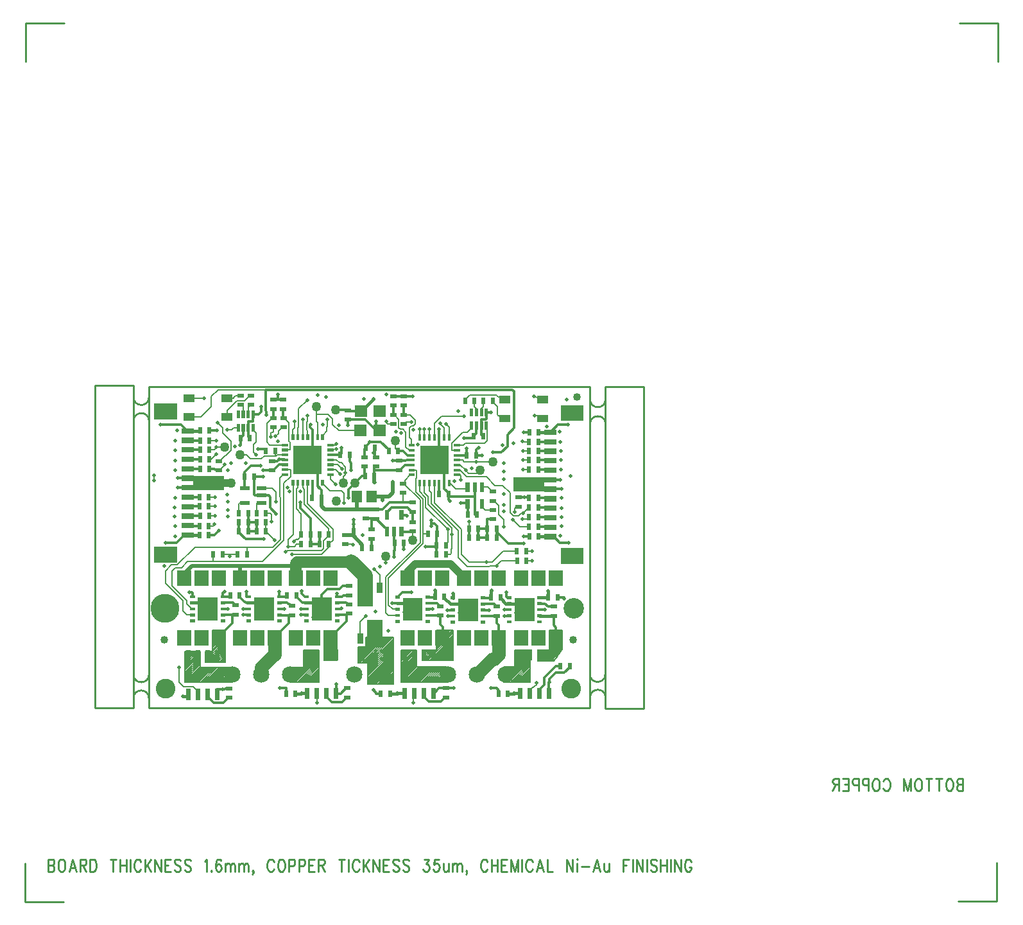
<source format=gbr>
*
*
G04 PADS Layout (Build Number 2007.21.1) generated Gerber (RS-274-X) file*
G04 PC Version=2.1*
*
%IN "2FOC-002.pcb"*%
*
%MOIN*%
*
%FSLAX35Y35*%
*
*
*
*
G04 PC Standard Apertures*
*
*
G04 Thermal Relief Aperture macro.*
%AMTER*
1,1,$1,0,0*
1,0,$1-$2,0,0*
21,0,$3,$4,0,0,45*
21,0,$3,$4,0,0,135*
%
*
*
G04 Annular Aperture macro.*
%AMANN*
1,1,$1,0,0*
1,0,$2,0,0*
%
*
*
G04 Odd Aperture macro.*
%AMODD*
1,1,$1,0,0*
1,0,$1-0.005,0,0*
%
*
*
G04 PC Custom Aperture Macros*
*
*
*
*
*
*
G04 PC Aperture Table*
*
%ADD010C,0.01*%
%ADD015C,0.008*%
%ADD016R,0.035X0.024*%
%ADD019R,0.024X0.035*%
%ADD026R,0.052X0.06*%
%ADD028R,0.075X0.084*%
%ADD029C,0.085*%
%ADD032C,0.02*%
%ADD035C,0.04*%
%ADD037C,0.05*%
%ADD048R,0.16X0.076*%
%ADD070C,0.001*%
%ADD072R,0.02756X0.02756*%
%ADD073R,0.08268X0.08268*%
%ADD076R,0.01575X0.01575*%
%ADD077R,0.10236X0.10236*%
%ADD079R,0.07992X0.07992*%
%ADD080R,0.02992X0.02992*%
%ADD082C,0.01181*%
%ADD083C,0.00787*%
%ADD084C,0.05906*%
%ADD085C,0.03937*%
%ADD086C,0.01575*%
%ADD087C,0.01969*%
%ADD089C,0.07087*%
%ADD093R,0.02362X0.02362*%
%ADD094R,0.01378X0.01378*%
%ADD095R,0.14567X0.14567*%
%ADD096R,0.05906X0.05906*%
%ADD097R,0.017X0.017*%
%ADD098R,0.021X0.021*%
%ADD122C,0.10236*%
%ADD123C,0.14961*%
%ADD124C,0.1063*%
%ADD126R,0.03937X0.03937*%
%ADD131C,0.00787*%
%ADD132C,0.07874*%
*
*
*
*
G04 PC Circuitry*
G04 Layer Name 2FOC-002.pcb - circuitry*
%LPD*%
*
*
G04 PC Custom Flashes*
G04 Layer Name 2FOC-002.pcb - flashes*
%LPD*%
*
*
G04 PC Circuitry*
G04 Layer Name 2FOC-002.pcb - circuitry*
%LPD*%
*
G54D10*
G01X2234449Y1436051D02*
Y1429488D01*
Y1436051D02*
X2232403D01*
X2231722Y1435738*
X2231494Y1435426*
X2231267Y1434801*
Y1434176*
X2231494Y1433551*
X2231722Y1433238*
X2232403Y1432926*
X2234449D02*
X2232403D01*
X2231722Y1432613*
X2231494Y1432301*
X2231267Y1431676*
Y1430738*
X2231494Y1430113*
X2231722Y1429801*
X2232403Y1429488*
X2234449*
X2227858Y1436051D02*
X2228312Y1435738D01*
X2228767Y1435113*
X2228994Y1434488*
X2229222Y1433551*
Y1431988*
X2228994Y1431051*
X2228767Y1430426*
X2228312Y1429801*
X2227858Y1429488*
X2226949*
X2226494Y1429801*
X2226040Y1430426*
X2225812Y1431051*
X2225585Y1431988*
Y1433551*
X2225812Y1434488*
X2226040Y1435113*
X2226494Y1435738*
X2226949Y1436051*
X2227858*
X2221949D02*
Y1429488D01*
X2223540Y1436051D02*
X2220358D01*
X2216722D02*
Y1429488D01*
X2218312Y1436051D02*
X2215131D01*
X2211722D02*
X2212176Y1435738D01*
X2212631Y1435113*
X2212858Y1434488*
X2213085Y1433551*
Y1431988*
X2212858Y1431051*
X2212631Y1430426*
X2212176Y1429801*
X2211722Y1429488*
X2210812*
X2210358Y1429801*
X2209903Y1430426*
X2209676Y1431051*
X2209449Y1431988*
Y1433551*
X2209676Y1434488*
X2209903Y1435113*
X2210358Y1435738*
X2210812Y1436051*
X2211722*
X2207403D02*
Y1429488D01*
Y1436051D02*
X2205585Y1429488D01*
X2203767Y1436051D02*
X2205585Y1429488D01*
X2203767Y1436051D02*
Y1429488D01*
X2193085Y1434488D02*
X2193312Y1435113D01*
X2193767Y1435738*
X2194222Y1436051*
X2195131*
X2195585Y1435738*
X2196040Y1435113*
X2196267Y1434488*
X2196494Y1433551*
Y1431988*
X2196267Y1431051*
X2196040Y1430426*
X2195585Y1429801*
X2195131Y1429488*
X2194222*
X2193767Y1429801*
X2193312Y1430426*
X2193085Y1431051*
X2189676Y1436051D02*
X2190131Y1435738D01*
X2190585Y1435113*
X2190812Y1434488*
X2191040Y1433551*
Y1431988*
X2190812Y1431051*
X2190585Y1430426*
X2190131Y1429801*
X2189676Y1429488*
X2188767*
X2188312Y1429801*
X2187858Y1430426*
X2187631Y1431051*
X2187403Y1431988*
Y1433551*
X2187631Y1434488*
X2187858Y1435113*
X2188312Y1435738*
X2188767Y1436051*
X2189676*
X2185358D02*
Y1429488D01*
Y1436051D02*
X2183312D01*
X2182631Y1435738*
X2182403Y1435426*
X2182176Y1434801*
Y1433863*
X2182403Y1433238*
X2182631Y1432926*
X2183312Y1432613*
X2185358*
X2180131Y1436051D02*
Y1429488D01*
Y1436051D02*
X2178085D01*
X2177403Y1435738*
X2177176Y1435426*
X2176949Y1434801*
Y1433863*
X2177176Y1433238*
X2177403Y1432926*
X2178085Y1432613*
X2180131*
X2174903Y1436051D02*
Y1429488D01*
Y1436051D02*
X2171949D01*
X2174903Y1432926D02*
X2173085D01*
X2174903Y1429488D02*
X2171949D01*
X2169903Y1436051D02*
Y1429488D01*
Y1436051D02*
X2167858D01*
X2167176Y1435738*
X2166949Y1435426*
X2166722Y1434801*
Y1434176*
X2166949Y1433551*
X2167176Y1433238*
X2167858Y1432926*
X2169903*
X2168312D02*
X2166722Y1429488D01*
X1759252Y1394122D02*
Y1387559D01*
Y1394122D02*
X1761297D01*
X1761979Y1393809*
X1762207Y1393497*
X1762434Y1392872*
Y1392247*
X1762207Y1391622*
X1761979Y1391309*
X1761297Y1390997*
X1759252D02*
X1761297D01*
X1761979Y1390684*
X1762207Y1390372*
X1762434Y1389747*
Y1388809*
X1762207Y1388184*
X1761979Y1387872*
X1761297Y1387559*
X1759252*
X1765843Y1394122D02*
X1765388Y1393809D01*
X1764934Y1393184*
X1764707Y1392559*
X1764479Y1391622*
Y1390059*
X1764707Y1389122*
X1764934Y1388497*
X1765388Y1387872*
X1765843Y1387559*
X1766752*
X1767207Y1387872*
X1767661Y1388497*
X1767888Y1389122*
X1768116Y1390059*
Y1391622*
X1767888Y1392559*
X1767661Y1393184*
X1767207Y1393809*
X1766752Y1394122*
X1765843*
X1771979D02*
X1770161Y1387559D01*
X1771979Y1394122D02*
X1773797Y1387559D01*
X1770843Y1389747D02*
X1773116D01*
X1775843Y1394122D02*
Y1387559D01*
Y1394122D02*
X1777888D01*
X1778570Y1393809*
X1778797Y1393497*
X1779025Y1392872*
Y1392247*
X1778797Y1391622*
X1778570Y1391309*
X1777888Y1390997*
X1775843*
X1777434D02*
X1779025Y1387559D01*
X1781070Y1394122D02*
Y1387559D01*
Y1394122D02*
X1782661D01*
X1783343Y1393809*
X1783797Y1393184*
X1784025Y1392559*
X1784252Y1391622*
Y1390059*
X1784025Y1389122*
X1783797Y1388497*
X1783343Y1387872*
X1782661Y1387559*
X1781070*
X1793116Y1394122D02*
Y1387559D01*
X1791525Y1394122D02*
X1794707D01*
X1796752D02*
Y1387559D01*
X1799934Y1394122D02*
Y1387559D01*
X1796752Y1390997D02*
X1799934D01*
X1801979Y1394122D02*
Y1387559D01*
X1807434Y1392559D02*
X1807207Y1393184D01*
X1806752Y1393809*
X1806297Y1394122*
X1805388*
X1804934Y1393809*
X1804479Y1393184*
X1804252Y1392559*
X1804025Y1391622*
Y1390059*
X1804252Y1389122*
X1804479Y1388497*
X1804934Y1387872*
X1805388Y1387559*
X1806297*
X1806752Y1387872*
X1807207Y1388497*
X1807434Y1389122*
X1809479Y1394122D02*
Y1387559D01*
X1812661Y1394122D02*
X1809479Y1389747D01*
X1810616Y1391309D02*
X1812661Y1387559D01*
X1814707Y1394122D02*
Y1387559D01*
Y1394122D02*
X1817888Y1387559D01*
Y1394122D02*
Y1387559D01*
X1819934Y1394122D02*
Y1387559D01*
Y1394122D02*
X1822888D01*
X1819934Y1390997D02*
X1821752D01*
X1819934Y1387559D02*
X1822888D01*
X1828116Y1393184D02*
X1827661Y1393809D01*
X1826979Y1394122*
X1826070*
X1825388Y1393809*
X1824934Y1393184*
Y1392559*
X1825161Y1391934*
X1825388Y1391622*
X1825843Y1391309*
X1827207Y1390684*
X1827661Y1390372*
X1827888Y1390059*
X1828116Y1389434*
Y1388497*
X1827661Y1387872*
X1826979Y1387559*
X1826070*
X1825388Y1387872*
X1824934Y1388497*
X1833343Y1393184D02*
X1832888Y1393809D01*
X1832207Y1394122*
X1831297*
X1830616Y1393809*
X1830161Y1393184*
Y1392559*
X1830388Y1391934*
X1830616Y1391622*
X1831070Y1391309*
X1832434Y1390684*
X1832888Y1390372*
X1833116Y1390059*
X1833343Y1389434*
Y1388497*
X1832888Y1387872*
X1832207Y1387559*
X1831297*
X1830616Y1387872*
X1830161Y1388497*
X1840616Y1392872D02*
X1841070Y1393184D01*
X1841752Y1394122*
Y1387559*
X1844025Y1388184D02*
X1843797Y1387872D01*
X1844025Y1387559*
X1844252Y1387872*
X1844025Y1388184*
X1849025Y1393184D02*
X1848797Y1393809D01*
X1848116Y1394122*
X1847661*
X1846979Y1393809*
X1846525Y1392872*
X1846297Y1391309*
Y1389747*
X1846525Y1388497*
X1846979Y1387872*
X1847661Y1387559*
X1847888*
X1848570Y1387872*
X1849025Y1388497*
X1849252Y1389434*
Y1389747*
X1849025Y1390684*
X1848570Y1391309*
X1847888Y1391622*
X1847661*
X1846979Y1391309*
X1846525Y1390684*
X1846297Y1389747*
X1851297Y1391934D02*
Y1387559D01*
Y1390684D02*
X1851979Y1391622D01*
X1852434Y1391934*
X1853116*
X1853570Y1391622*
X1853797Y1390684*
Y1387559*
Y1390684D02*
X1854479Y1391622D01*
X1854934Y1391934*
X1855616*
X1856070Y1391622*
X1856297Y1390684*
Y1387559*
X1858343Y1391934D02*
Y1387559D01*
Y1390684D02*
X1859025Y1391622D01*
X1859479Y1391934*
X1860161*
X1860616Y1391622*
X1860843Y1390684*
Y1387559*
Y1390684D02*
X1861525Y1391622D01*
X1861979Y1391934*
X1862661*
X1863116Y1391622*
X1863343Y1390684*
Y1387559*
X1865843Y1387872D02*
X1865616Y1387559D01*
X1865388Y1387872*
X1865616Y1388184*
X1865843Y1387872*
Y1387247*
X1865616Y1386622*
X1865388Y1386309*
X1876525Y1392559D02*
X1876297Y1393184D01*
X1875843Y1393809*
X1875388Y1394122*
X1874479*
X1874025Y1393809*
X1873570Y1393184*
X1873343Y1392559*
X1873116Y1391622*
Y1390059*
X1873343Y1389122*
X1873570Y1388497*
X1874025Y1387872*
X1874479Y1387559*
X1875388*
X1875843Y1387872*
X1876297Y1388497*
X1876525Y1389122*
X1879934Y1394122D02*
X1879479Y1393809D01*
X1879025Y1393184*
X1878797Y1392559*
X1878570Y1391622*
Y1390059*
X1878797Y1389122*
X1879025Y1388497*
X1879479Y1387872*
X1879934Y1387559*
X1880843*
X1881297Y1387872*
X1881752Y1388497*
X1881979Y1389122*
X1882207Y1390059*
Y1391622*
X1881979Y1392559*
X1881752Y1393184*
X1881297Y1393809*
X1880843Y1394122*
X1879934*
X1884252D02*
Y1387559D01*
Y1394122D02*
X1886297D01*
X1886979Y1393809*
X1887207Y1393497*
X1887434Y1392872*
Y1391934*
X1887207Y1391309*
X1886979Y1390997*
X1886297Y1390684*
X1884252*
X1889479Y1394122D02*
Y1387559D01*
Y1394122D02*
X1891525D01*
X1892207Y1393809*
X1892434Y1393497*
X1892661Y1392872*
Y1391934*
X1892434Y1391309*
X1892207Y1390997*
X1891525Y1390684*
X1889479*
X1894707Y1394122D02*
Y1387559D01*
Y1394122D02*
X1897661D01*
X1894707Y1390997D02*
X1896525D01*
X1894707Y1387559D02*
X1897661D01*
X1899707Y1394122D02*
Y1387559D01*
Y1394122D02*
X1901752D01*
X1902434Y1393809*
X1902661Y1393497*
X1902888Y1392872*
Y1392247*
X1902661Y1391622*
X1902434Y1391309*
X1901752Y1390997*
X1899707*
X1901297D02*
X1902888Y1387559D01*
X1911752Y1394122D02*
Y1387559D01*
X1910161Y1394122D02*
X1913343D01*
X1915388D02*
Y1387559D01*
X1920843Y1392559D02*
X1920616Y1393184D01*
X1920161Y1393809*
X1919707Y1394122*
X1918797*
X1918343Y1393809*
X1917888Y1393184*
X1917661Y1392559*
X1917434Y1391622*
Y1390059*
X1917661Y1389122*
X1917888Y1388497*
X1918343Y1387872*
X1918797Y1387559*
X1919707*
X1920161Y1387872*
X1920616Y1388497*
X1920843Y1389122*
X1922888Y1394122D02*
Y1387559D01*
X1926070Y1394122D02*
X1922888Y1389747D01*
X1924025Y1391309D02*
X1926070Y1387559D01*
X1928116Y1394122D02*
Y1387559D01*
Y1394122D02*
X1931297Y1387559D01*
Y1394122D02*
Y1387559D01*
X1933343Y1394122D02*
Y1387559D01*
Y1394122D02*
X1936297D01*
X1933343Y1390997D02*
X1935161D01*
X1933343Y1387559D02*
X1936297D01*
X1941525Y1393184D02*
X1941070Y1393809D01*
X1940388Y1394122*
X1939479*
X1938797Y1393809*
X1938343Y1393184*
Y1392559*
X1938570Y1391934*
X1938797Y1391622*
X1939252Y1391309*
X1940616Y1390684*
X1941070Y1390372*
X1941297Y1390059*
X1941525Y1389434*
Y1388497*
X1941070Y1387872*
X1940388Y1387559*
X1939479*
X1938797Y1387872*
X1938343Y1388497*
X1946752Y1393184D02*
X1946297Y1393809D01*
X1945616Y1394122*
X1944707*
X1944025Y1393809*
X1943570Y1393184*
Y1392559*
X1943797Y1391934*
X1944025Y1391622*
X1944479Y1391309*
X1945843Y1390684*
X1946297Y1390372*
X1946525Y1390059*
X1946752Y1389434*
Y1388497*
X1946297Y1387872*
X1945616Y1387559*
X1944707*
X1944025Y1387872*
X1943570Y1388497*
X1954479Y1394122D02*
X1956979D01*
X1955616Y1391622*
X1956297*
X1956752Y1391309*
X1956979Y1390997*
X1957207Y1390059*
Y1389434*
X1956979Y1388497*
X1956525Y1387872*
X1955843Y1387559*
X1955161*
X1954479Y1387872*
X1954252Y1388184*
X1954025Y1388809*
X1962207Y1394122D02*
X1959934D01*
X1959707Y1391309*
X1959934Y1391622*
X1960616Y1391934*
X1961297*
X1961979Y1391622*
X1962434Y1390997*
X1962661Y1390059*
X1962434Y1389434*
X1962207Y1388497*
X1961752Y1387872*
X1961070Y1387559*
X1960388*
X1959707Y1387872*
X1959479Y1388184*
X1959252Y1388809*
X1964707Y1391934D02*
Y1388809D01*
X1964934Y1387872*
X1965388Y1387559*
X1966070*
X1966525Y1387872*
X1967207Y1388809*
Y1391934D02*
Y1387559D01*
X1969252Y1391934D02*
Y1387559D01*
Y1390684D02*
X1969934Y1391622D01*
X1970388Y1391934*
X1971070*
X1971525Y1391622*
X1971752Y1390684*
Y1387559*
Y1390684D02*
X1972434Y1391622D01*
X1972888Y1391934*
X1973570*
X1974025Y1391622*
X1974252Y1390684*
Y1387559*
X1976752Y1387872D02*
X1976525Y1387559D01*
X1976297Y1387872*
X1976525Y1388184*
X1976752Y1387872*
Y1387247*
X1976525Y1386622*
X1976297Y1386309*
X1987434Y1392559D02*
X1987207Y1393184D01*
X1986752Y1393809*
X1986297Y1394122*
X1985388*
X1984934Y1393809*
X1984479Y1393184*
X1984252Y1392559*
X1984025Y1391622*
Y1390059*
X1984252Y1389122*
X1984479Y1388497*
X1984934Y1387872*
X1985388Y1387559*
X1986297*
X1986752Y1387872*
X1987207Y1388497*
X1987434Y1389122*
X1989479Y1394122D02*
Y1387559D01*
X1992661Y1394122D02*
Y1387559D01*
X1989479Y1390997D02*
X1992661D01*
X1994707Y1394122D02*
Y1387559D01*
Y1394122D02*
X1997661D01*
X1994707Y1390997D02*
X1996525D01*
X1994707Y1387559D02*
X1997661D01*
X1999707Y1394122D02*
Y1387559D01*
Y1394122D02*
X2001525Y1387559D01*
X2003343Y1394122D02*
X2001525Y1387559D01*
X2003343Y1394122D02*
Y1387559D01*
X2005388Y1394122D02*
Y1387559D01*
X2010843Y1392559D02*
X2010616Y1393184D01*
X2010161Y1393809*
X2009707Y1394122*
X2008797*
X2008343Y1393809*
X2007888Y1393184*
X2007661Y1392559*
X2007434Y1391622*
Y1390059*
X2007661Y1389122*
X2007888Y1388497*
X2008343Y1387872*
X2008797Y1387559*
X2009707*
X2010161Y1387872*
X2010616Y1388497*
X2010843Y1389122*
X2014707Y1394122D02*
X2012888Y1387559D01*
X2014707Y1394122D02*
X2016525Y1387559D01*
X2013570Y1389747D02*
X2015843D01*
X2018570Y1394122D02*
Y1387559D01*
X2021297*
X2028570Y1394122D02*
Y1387559D01*
Y1394122D02*
X2031752Y1387559D01*
Y1394122D02*
Y1387559D01*
X2033797Y1394122D02*
X2034025Y1393809D01*
X2034252Y1394122*
X2034025Y1394434*
X2033797Y1394122*
X2034025Y1391934D02*
Y1387559D01*
X2036297Y1390372D02*
X2040388D01*
X2044252Y1394122D02*
X2042434Y1387559D01*
X2044252Y1394122D02*
X2046070Y1387559D01*
X2043116Y1389747D02*
X2045388D01*
X2048116Y1391934D02*
Y1388809D01*
X2048343Y1387872*
X2048797Y1387559*
X2049479*
X2049934Y1387872*
X2050616Y1388809*
Y1391934D02*
Y1387559D01*
X2057888Y1394122D02*
Y1387559D01*
Y1394122D02*
X2060843D01*
X2057888Y1390997D02*
X2059707D01*
X2062888Y1394122D02*
Y1387559D01*
X2064934Y1394122D02*
Y1387559D01*
Y1394122D02*
X2068116Y1387559D01*
Y1394122D02*
Y1387559D01*
X2070161Y1394122D02*
Y1387559D01*
X2075388Y1393184D02*
X2074934Y1393809D01*
X2074252Y1394122*
X2073343*
X2072661Y1393809*
X2072207Y1393184*
Y1392559*
X2072434Y1391934*
X2072661Y1391622*
X2073116Y1391309*
X2074479Y1390684*
X2074934Y1390372*
X2075161Y1390059*
X2075388Y1389434*
Y1388497*
X2074934Y1387872*
X2074252Y1387559*
X2073343*
X2072661Y1387872*
X2072207Y1388497*
X2077434Y1394122D02*
Y1387559D01*
X2080616Y1394122D02*
Y1387559D01*
X2077434Y1390997D02*
X2080616D01*
X2082661Y1394122D02*
Y1387559D01*
X2084707Y1394122D02*
Y1387559D01*
Y1394122D02*
X2087888Y1387559D01*
Y1394122D02*
Y1387559D01*
X2093343Y1392559D02*
X2093116Y1393184D01*
X2092661Y1393809*
X2092207Y1394122*
X2091297*
X2090843Y1393809*
X2090388Y1393184*
X2090161Y1392559*
X2089934Y1391622*
Y1390059*
X2090161Y1389122*
X2090388Y1388497*
X2090843Y1387872*
X2091297Y1387559*
X2092207*
X2092661Y1387872*
X2093116Y1388497*
X2093343Y1389122*
Y1390059*
X2092207D02*
X2093343D01*
X1811638Y1472618D02*
X2040748D01*
Y1639331*
X1811638*
Y1472618*
X1767520Y1828110D02*
X1747520D01*
Y1808110*
X1747441Y1391890D02*
Y1371890D01*
X1767441*
X2232087Y1372205D02*
X2252087D01*
Y1392205*
X2252559Y1808031D02*
Y1828031D01*
X2232559*
X1803543Y1640118D02*
Y1472598D01*
X1783465*
Y1639921*
X1803346*
X2040757Y1632696D02*
G75*
G03X2048757I4000J0D01*
G01X2048791Y1619988D02*
G03X2040791I-4000J-0D01*
G01X1803664Y1633822D02*
G03X1811664I4000J0D01*
G01X1811677Y1621551D02*
G03X1803677I-4000J0D01*
G01X1803664Y1489924D02*
G03X1811664I4000J0D01*
G01X1811612Y1477656D02*
G03X1803612I-4000J-0D01*
G01X2040672Y1490121D02*
G03X2048672I4000J0D01*
G01X2068504Y1472205D02*
X2048728D01*
Y1639331*
X2068504*
Y1472205*
X2048805Y1478060D02*
G03X2040805I-4000J-0D01*
G54D15*
G01X1981693Y1627736D02*
X1981752Y1627454D01*
Y1626016*
X1844494Y1512895D02*
X1851175D01*
Y1496227*
X1840951*
Y1502120*
X1844494*
Y1512895*
X1838411Y1502120D02*
Y1493655D01*
X1854742*
Y1486010*
X1830321*
Y1502120*
X1838411*
X1920282Y1504305D02*
X1924243D01*
Y1509206*
X1938600*
Y1485006*
X1925424*
Y1496030*
X1920282*
Y1504305*
X1891935Y1502710D02*
X1899994D01*
Y1485991*
X1885069*
Y1493655*
X1891935*
Y1502710*
X2001581D02*
X2009639D01*
Y1485991*
X1996069*
Y1493852*
X2001581*
Y1502710*
X1950584D02*
Y1493852D01*
X1966356*
Y1486010*
X1942526*
Y1502710*
X1950584*
X1953746D02*
Y1497211D01*
X1969679*
Y1512946*
X1960833*
Y1502710*
X1953746*
X2013589D02*
X2019691D01*
Y1512946*
X2026372*
Y1502850*
X2021847Y1496817*
X2013589*
Y1502710*
X1902565Y1512553D02*
X1909443D01*
Y1497211*
X1902565*
Y1512553*
X1844494Y1505836D02*
X1851175Y1512516D01*
X1844494Y1504817D02*
X1851175Y1511498D01*
X1844494Y1503799D02*
X1851175Y1510479D01*
X1844494Y1502781D02*
X1851175Y1509461D01*
X1840951Y1498219D02*
X1851175Y1508443D01*
X1840951Y1497201D02*
X1851175Y1507425D01*
X1840995Y1496227D02*
X1851175Y1506406D01*
X1842013Y1496227D02*
X1851175Y1505388D01*
X1843032Y1496227D02*
X1851175Y1504370D01*
X1844050Y1496227D02*
X1851175Y1503352D01*
X1845068Y1496227D02*
X1851175Y1502334D01*
X1846086Y1496227D02*
X1851175Y1501315D01*
X1847104Y1496227D02*
X1851175Y1500297D01*
X1848123Y1496227D02*
X1851175Y1499279D01*
X1849141Y1496227D02*
X1851175Y1498261D01*
X1850159Y1496227D02*
X1851175Y1497242D01*
X1844494Y1506854D02*
X1850536Y1512895D01*
X1844494Y1507872D02*
X1849518Y1512895D01*
X1844494Y1508890D02*
X1848499Y1512895D01*
X1844494Y1509909D02*
X1847481Y1512895D01*
X1844494Y1510927D02*
X1846463Y1512895D01*
X1844494Y1511945D02*
X1845445Y1512895D01*
X1840951Y1499238D02*
X1843833Y1502120D01*
X1840951Y1500256D02*
X1842815Y1502120D01*
X1840951Y1501274D02*
X1841797Y1502120D01*
X1847617Y1486010D02*
X1854742Y1493135D01*
X1848635Y1486010D02*
X1854742Y1492117D01*
X1849653Y1486010D02*
X1854742Y1491099D01*
X1850671Y1486010D02*
X1854742Y1490081D01*
X1851690Y1486010D02*
X1854742Y1489062D01*
X1852708Y1486010D02*
X1854742Y1488044D01*
X1853726Y1486010D02*
X1854742Y1487026D01*
X1846598Y1486010D02*
X1854243Y1493655D01*
X1845580Y1486010D02*
X1853225Y1493655D01*
X1844562Y1486010D02*
X1852207Y1493655D01*
X1843544Y1486010D02*
X1851189Y1493655D01*
X1842526Y1486010D02*
X1850170Y1493655D01*
X1841507Y1486010D02*
X1849152Y1493655D01*
X1840489Y1486010D02*
X1848134Y1493655D01*
X1839471Y1486010D02*
X1847116Y1493655D01*
X1838453Y1486010D02*
X1846098Y1493655D01*
X1837434Y1486010D02*
X1845079Y1493655D01*
X1836416Y1486010D02*
X1844061Y1493655D01*
X1835398Y1486010D02*
X1843043Y1493655D01*
X1834380Y1486010D02*
X1842025Y1493655D01*
X1833361Y1486010D02*
X1841006Y1493655D01*
X1832343Y1486010D02*
X1839988Y1493655D01*
X1831325Y1486010D02*
X1838970Y1493655D01*
X1830321Y1493152D02*
X1838411Y1501242D01*
X1830321Y1492134D02*
X1838411Y1500224D01*
X1830321Y1491116D02*
X1838411Y1499206D01*
X1830321Y1490098D02*
X1838411Y1498187D01*
X1830321Y1489079D02*
X1838411Y1497169D01*
X1830321Y1488061D02*
X1838411Y1496151D01*
X1830321Y1487043D02*
X1838411Y1495133D01*
X1830321Y1486025D02*
X1838411Y1494115D01*
X1830321Y1494171D02*
X1838270Y1502120D01*
X1830321Y1495189D02*
X1837252Y1502120D01*
X1830321Y1496207D02*
X1836234Y1502120D01*
X1830321Y1497225D02*
X1835216Y1502120D01*
X1830321Y1498244D02*
X1834197Y1502120D01*
X1830321Y1499262D02*
X1833179Y1502120D01*
X1830321Y1500280D02*
X1832161Y1502120D01*
X1830321Y1501298D02*
X1831143Y1502120D01*
X1925424Y1495247D02*
X1938600Y1508423D01*
X1925424Y1494228D02*
X1938600Y1507405D01*
X1925424Y1493210D02*
X1938600Y1506387D01*
X1925424Y1492192D02*
X1938600Y1505368D01*
X1925424Y1491174D02*
X1938600Y1504350D01*
X1925424Y1490156D02*
X1938600Y1503332D01*
X1925424Y1489137D02*
X1938600Y1502314D01*
X1925424Y1488119D02*
X1938600Y1501295D01*
X1925424Y1487101D02*
X1938600Y1500277D01*
X1925424Y1486083D02*
X1938600Y1499259D01*
X1925424Y1485064D02*
X1938600Y1498241D01*
X1926384Y1485006D02*
X1938600Y1497222D01*
X1927402Y1485006D02*
X1938600Y1496204D01*
X1928420Y1485006D02*
X1938600Y1495186D01*
X1929439Y1485006D02*
X1938600Y1494168D01*
X1930457Y1485006D02*
X1938600Y1493150D01*
X1931475Y1485006D02*
X1938600Y1492131D01*
X1932493Y1485006D02*
X1938600Y1491113D01*
X1933511Y1485006D02*
X1938600Y1490095D01*
X1934530Y1485006D02*
X1938600Y1489077D01*
X1935548Y1485006D02*
X1938600Y1488058D01*
X1936566Y1485006D02*
X1938600Y1487040D01*
X1937584Y1485006D02*
X1938600Y1486022D01*
X1925189Y1496030D02*
X1938365Y1509206D01*
X1924170Y1496030D02*
X1937347Y1509206D01*
X1923152Y1496030D02*
X1936329Y1509206D01*
X1922134Y1496030D02*
X1935310Y1509206D01*
X1921116Y1496030D02*
X1934292Y1509206D01*
X1920282Y1496214D02*
X1933274Y1509206D01*
X1920282Y1497233D02*
X1932256Y1509206D01*
X1920282Y1498251D02*
X1931237Y1509206D01*
X1920282Y1499269D02*
X1930219Y1509206D01*
X1920282Y1500287D02*
X1929201Y1509206D01*
X1924243Y1505266D02*
X1928183Y1509206D01*
X1924243Y1506284D02*
X1927164Y1509206D01*
X1924243Y1507303D02*
X1926146Y1509206D01*
X1924243Y1508321D02*
X1925128Y1509206D01*
X1920282Y1501306D02*
X1923281Y1504305D01*
X1920282Y1502324D02*
X1922263Y1504305D01*
X1920282Y1503342D02*
X1921245Y1504305D01*
X1891935Y1494221D02*
X1899994Y1502280D01*
X1885069Y1486337D02*
X1899994Y1501261D01*
X1885741Y1485991D02*
X1899994Y1500243D01*
X1886759Y1485991D02*
X1899994Y1499225D01*
X1887778Y1485991D02*
X1899994Y1498207D01*
X1888796Y1485991D02*
X1899994Y1497188D01*
X1889814Y1485991D02*
X1899994Y1496170D01*
X1890832Y1485991D02*
X1899994Y1495152D01*
X1891850Y1485991D02*
X1899994Y1494134D01*
X1892869Y1485991D02*
X1899994Y1493116D01*
X1893887Y1485991D02*
X1899994Y1492097D01*
X1894905Y1485991D02*
X1899994Y1491079D01*
X1895923Y1485991D02*
X1899994Y1490061D01*
X1896942Y1485991D02*
X1899994Y1489043D01*
X1897960Y1485991D02*
X1899994Y1488024D01*
X1898978Y1485991D02*
X1899994Y1487006D01*
X1891935Y1495240D02*
X1899406Y1502710D01*
X1891935Y1496258D02*
X1898388Y1502710D01*
X1891935Y1497276D02*
X1897370Y1502710D01*
X1891935Y1498294D02*
X1896351Y1502710D01*
X1891935Y1499313D02*
X1895333Y1502710D01*
X1891935Y1500331D02*
X1894315Y1502710D01*
X1891935Y1501349D02*
X1893297Y1502710D01*
X1891935Y1502367D02*
X1892278Y1502710D01*
X1885069Y1487355D02*
X1891369Y1493655D01*
X1885069Y1488374D02*
X1890351Y1493655D01*
X1885069Y1489392D02*
X1889333Y1493655D01*
X1885069Y1490410D02*
X1888314Y1493655D01*
X1885069Y1491428D02*
X1887296Y1493655D01*
X1885069Y1492446D02*
X1886278Y1493655D01*
X1885069Y1493465D02*
X1885260Y1493655D01*
X2001581Y1494221D02*
X2009639Y1502280D01*
X1996069Y1487691D02*
X2009639Y1501261D01*
X1996069Y1486673D02*
X2009639Y1500243D01*
X1996405Y1485991D02*
X2009639Y1499225D01*
X1997423Y1485991D02*
X2009639Y1498207D01*
X1998441Y1485991D02*
X2009639Y1497188D01*
X1999460Y1485991D02*
X2009639Y1496170D01*
X2000478Y1485991D02*
X2009639Y1495152D01*
X2001496Y1485991D02*
X2009639Y1494134D01*
X2002514Y1485991D02*
X2009639Y1493116D01*
X2003533Y1485991D02*
X2009639Y1492097D01*
X2004551Y1485991D02*
X2009639Y1491079D01*
X2005569Y1485991D02*
X2009639Y1490061D01*
X2006587Y1485991D02*
X2009639Y1489043D01*
X2007606Y1485991D02*
X2009639Y1488024D01*
X2008624Y1485991D02*
X2009639Y1487006D01*
X2001581Y1495240D02*
X2009052Y1502710D01*
X2001581Y1496258D02*
X2008033Y1502710D01*
X2001581Y1497276D02*
X2007015Y1502710D01*
X2001581Y1498294D02*
X2005997Y1502710D01*
X2001581Y1499313D02*
X2004979Y1502710D01*
X2001581Y1500331D02*
X2003961Y1502710D01*
X2001581Y1501349D02*
X2002942Y1502710D01*
X2001581Y1502367D02*
X2001924Y1502710D01*
X1996069Y1488710D02*
X2001212Y1493852D01*
X1996069Y1489728D02*
X2000193Y1493852D01*
X1996069Y1490746D02*
X1999175Y1493852D01*
X1996069Y1491764D02*
X1998157Y1493852D01*
X1996069Y1492783D02*
X1997139Y1493852D01*
X1996069Y1493801D02*
X1996120Y1493852D01*
X1959231Y1486010D02*
X1966356Y1493135D01*
X1960249Y1486010D02*
X1966356Y1492117D01*
X1961267Y1486010D02*
X1966356Y1491099D01*
X1962286Y1486010D02*
X1966356Y1490081D01*
X1963304Y1486010D02*
X1966356Y1489062D01*
X1964322Y1486010D02*
X1966356Y1488044D01*
X1965340Y1486010D02*
X1966356Y1487026D01*
X1958213Y1486010D02*
X1966054Y1493852D01*
X1957194Y1486010D02*
X1965036Y1493852D01*
X1956176Y1486010D02*
X1964018Y1493852D01*
X1955158Y1486010D02*
X1963000Y1493852D01*
X1954140Y1486010D02*
X1961981Y1493852D01*
X1953121Y1486010D02*
X1960963Y1493852D01*
X1952103Y1486010D02*
X1959945Y1493852D01*
X1951085Y1486010D02*
X1958927Y1493852D01*
X1950067Y1486010D02*
X1957909Y1493852D01*
X1949049Y1486010D02*
X1956890Y1493852D01*
X1948030Y1486010D02*
X1955872Y1493852D01*
X1947012Y1486010D02*
X1954854Y1493852D01*
X1945994Y1486010D02*
X1953836Y1493852D01*
X1944976Y1486010D02*
X1952817Y1493852D01*
X1943957Y1486010D02*
X1951799Y1493852D01*
X1942939Y1486010D02*
X1950781Y1493852D01*
X1942526Y1493743D02*
X1950584Y1501801D01*
X1942526Y1492725D02*
X1950584Y1500783D01*
X1942526Y1491706D02*
X1950584Y1499765D01*
X1942526Y1490688D02*
X1950584Y1498747D01*
X1942526Y1489670D02*
X1950584Y1497728D01*
X1942526Y1488652D02*
X1950584Y1496710D01*
X1942526Y1487634D02*
X1950584Y1495692D01*
X1942526Y1486615D02*
X1950584Y1494674D01*
X1942526Y1494761D02*
X1950475Y1502710D01*
X1942526Y1495779D02*
X1949457Y1502710D01*
X1942526Y1496798D02*
X1948439Y1502710D01*
X1942526Y1497816D02*
X1947420Y1502710D01*
X1942526Y1498834D02*
X1946402Y1502710D01*
X1942526Y1499852D02*
X1945384Y1502710D01*
X1942526Y1500871D02*
X1944366Y1502710D01*
X1942526Y1501889D02*
X1943347Y1502710D01*
X1960833Y1503636D02*
X1969679Y1512482D01*
X1955426Y1497211D02*
X1969679Y1511464D01*
X1956444Y1497211D02*
X1969679Y1510445D01*
X1957463Y1497211D02*
X1969679Y1509427D01*
X1958481Y1497211D02*
X1969679Y1508409D01*
X1959499Y1497211D02*
X1969679Y1507391D01*
X1960517Y1497211D02*
X1969679Y1506372D01*
X1961535Y1497211D02*
X1969679Y1505354D01*
X1962554Y1497211D02*
X1969679Y1504336D01*
X1963572Y1497211D02*
X1969679Y1503318D01*
X1964590Y1497211D02*
X1969679Y1502300D01*
X1965608Y1497211D02*
X1969679Y1501281D01*
X1966627Y1497211D02*
X1969679Y1500263D01*
X1967645Y1497211D02*
X1969679Y1499245D01*
X1968663Y1497211D02*
X1969679Y1498227D01*
X1960833Y1504654D02*
X1969125Y1512946D01*
X1960833Y1505673D02*
X1968107Y1512946D01*
X1960833Y1506691D02*
X1967089Y1512946D01*
X1960833Y1507709D02*
X1966070Y1512946D01*
X1960833Y1508727D02*
X1965052Y1512946D01*
X1960833Y1509746D02*
X1964034Y1512946D01*
X1960833Y1510764D02*
X1963016Y1512946D01*
X1960833Y1511782D02*
X1961997Y1512946D01*
X1960833Y1512800D02*
X1960979Y1512946D01*
X1954408Y1497211D02*
X1959907Y1502710D01*
X1953746Y1497568D02*
X1958889Y1502710D01*
X1953746Y1498586D02*
X1957871Y1502710D01*
X1953746Y1499604D02*
X1956852Y1502710D01*
X1953746Y1500623D02*
X1955834Y1502710D01*
X1953746Y1501641D02*
X1954816Y1502710D01*
X1953746Y1502659D02*
X1953798Y1502710D01*
X2019691Y1505408D02*
X2026372Y1512088D01*
X2019691Y1504390D02*
X2026372Y1511070D01*
X2019691Y1503371D02*
X2026372Y1510052D01*
X2014155Y1496817D02*
X2026372Y1509033D01*
X2015174Y1496817D02*
X2026372Y1508015D01*
X2016192Y1496817D02*
X2026372Y1506997D01*
X2017210Y1496817D02*
X2026372Y1505979D01*
X2018228Y1496817D02*
X2026372Y1504961D01*
X2019247Y1496817D02*
X2026372Y1503942D01*
X2020265Y1496817D02*
X2026372Y1502924D01*
X2019691Y1506426D02*
X2026212Y1512946D01*
X2019691Y1507444D02*
X2025193Y1512946D01*
X2019691Y1508463D02*
X2024175Y1512946D01*
X2021283Y1496817D02*
X2023540Y1499074D01*
X2019691Y1509481D02*
X2023157Y1512946D01*
X2019691Y1510499D02*
X2022139Y1512946D01*
X2019691Y1511517D02*
X2021121Y1512946D01*
X2019691Y1512536D02*
X2020102Y1512946D01*
X2013589Y1497269D02*
X2019030Y1502710D01*
X2013589Y1498287D02*
X2018012Y1502710D01*
X2013589Y1499306D02*
X2016994Y1502710D01*
X2013589Y1500324D02*
X2015975Y1502710D01*
X2013589Y1501342D02*
X2014957Y1502710D01*
X2013589Y1502360D02*
X2013939Y1502710D01*
X1902565Y1505605D02*
X1909443Y1512482D01*
X1902565Y1504587D02*
X1909443Y1511464D01*
X1902565Y1503568D02*
X1909443Y1510445D01*
X1902565Y1502550D02*
X1909443Y1509427D01*
X1902565Y1501532D02*
X1909443Y1508409D01*
X1902565Y1500514D02*
X1909443Y1507391D01*
X1902565Y1499495D02*
X1909443Y1506372D01*
X1902565Y1498477D02*
X1909443Y1505354D01*
X1902565Y1497459D02*
X1909443Y1504336D01*
X1903336Y1497211D02*
X1909443Y1503318D01*
X1904354Y1497211D02*
X1909443Y1502300D01*
X1905372Y1497211D02*
X1909443Y1501281D01*
X1906390Y1497211D02*
X1909443Y1500263D01*
X1907409Y1497211D02*
X1909443Y1499245D01*
X1908427Y1497211D02*
X1909443Y1498227D01*
X1902565Y1506623D02*
X1908495Y1512553D01*
X1902565Y1507641D02*
X1907477Y1512553D01*
X1902565Y1508659D02*
X1906459Y1512553D01*
X1902565Y1509678D02*
X1905440Y1512553D01*
X1902565Y1510696D02*
X1904422Y1512553D01*
X1902565Y1511714D02*
X1903404Y1512553D01*
G54D16*
X1864567Y1629844D03*
Y1634644D03*
X1859449Y1629844D03*
Y1634644D03*
X1929528Y1602754D03*
Y1597954D03*
X1923622Y1602754D03*
Y1597954D03*
X1847835Y1595986D03*
Y1600786D03*
X2003740Y1581888D03*
Y1577088D03*
X1881496Y1618230D03*
Y1623030D03*
X1881299Y1627679D03*
Y1632479D03*
X1876181Y1618230D03*
Y1623030D03*
Y1627679D03*
Y1632479D03*
X1938606Y1619824D03*
Y1624624D03*
Y1629470D03*
Y1634270D03*
X1944118Y1619824D03*
Y1624624D03*
Y1629470D03*
Y1634270D03*
X1948646Y1569113D03*
Y1564313D03*
Y1579152D03*
Y1574352D03*
X1927189Y1560376D03*
Y1565176D03*
X1924236Y1570809D03*
Y1575609D03*
X1913606Y1562420D03*
Y1557620D03*
X1929528Y1575589D03*
Y1570789D03*
X1965945Y1478072D03*
Y1482872D03*
X1853346Y1477876D03*
Y1482676D03*
X1914764Y1478072D03*
Y1482872D03*
X1915575Y1535845D03*
Y1531045D03*
X1914961Y1622167D03*
Y1626967D03*
X1875614Y1595809D03*
Y1600609D03*
X1941559Y1596006D03*
Y1600806D03*
X1856520Y1525806D03*
Y1521006D03*
X1886024Y1525589D03*
Y1520789D03*
X1915551Y1526376D03*
Y1521576D03*
X1962819Y1525412D03*
Y1520612D03*
X1992150Y1525215D03*
Y1520415D03*
X2021874Y1525215D03*
Y1520415D03*
X1943528Y1584194D03*
Y1588994D03*
X1990378Y1570612D03*
Y1575412D03*
Y1580061D03*
Y1584861D03*
G54D19*
X1985395Y1631850D03*
X1990195D03*
X1980770Y1631870D03*
X1975970D03*
X1842754Y1581850D03*
X1837954D03*
X1838151Y1616496D03*
X1842951D03*
X2014014Y1561772D03*
X2009214D03*
X1837954Y1562362D03*
X1842754D03*
X2014014Y1615709D03*
X2009214D03*
X1842754Y1577126D03*
X1837954D03*
X1842951Y1572205D03*
X1838151D03*
X1858450Y1564154D03*
X1863250D03*
X1872282Y1573583D03*
X1867482D03*
X1858427Y1568858D03*
X1863227D03*
X1872306Y1564154D03*
X1867506D03*
X1863250Y1573602D03*
X1858450D03*
X1992187Y1565728D03*
X1987387D03*
X1982739Y1561004D03*
X1977939D03*
X1922427Y1555492D03*
X1927227D03*
X1842951Y1596614D03*
X1838151D03*
X1842951Y1601535D03*
X1838151D03*
X1842951Y1606457D03*
X1838151D03*
X1842951Y1611378D03*
X1838151D03*
X2009017Y1610787D03*
X2013817D03*
X2009017Y1596417D03*
X2013817D03*
X2009017Y1601142D03*
X2013817D03*
X2009017Y1581457D03*
X2013817D03*
X2009017Y1576535D03*
X2013817D03*
X2009017Y1571614D03*
X2013817D03*
X2009017Y1566693D03*
X2013817D03*
X2009017Y1605866D03*
X2013817D03*
X1842754Y1567087D03*
X1837954D03*
X1872427Y1605886D03*
X1877227D03*
X1936183Y1606063D03*
X1940983D03*
X1858711Y1530795D03*
X1853911D03*
X1994156Y1530098D03*
X1989356D03*
X2023880D03*
X2019080D03*
X1977939Y1565728D03*
X1982739D03*
X1888211Y1530795D03*
X1883411D03*
X1882836Y1480079D03*
X1887636D03*
X1932049D03*
X1936849D03*
X2025356Y1494252D03*
X2030156D03*
X1864085Y1612476D03*
X1859285D03*
X1985211Y1613551D03*
X1980411D03*
X1915786Y1603898D03*
X1910986D03*
X1928975Y1607638D03*
X1924175D03*
X1928605Y1593091D03*
X1923805D03*
X1901219Y1581457D03*
X1896419D03*
X1967187Y1583642D03*
X1962387D03*
X1981534Y1603701D03*
X1976734D03*
X1943935Y1558425D03*
X1939135D03*
X1993269Y1480079D03*
X1998069D03*
X1981951Y1572815D03*
X1977151D03*
X1866203Y1592697D03*
X1861403D03*
X1872306Y1568878D03*
X1867506D03*
X1965022Y1530295D03*
X1960222D03*
X1849865Y1552146D03*
X1845065D03*
X1895534Y1557461D03*
X1890734D03*
X1857663Y1552146D03*
X1862463D03*
X1895534Y1562579D03*
X1890734D03*
X1900183D03*
X1904983D03*
X1961282Y1562972D03*
X1956482D03*
X1900183Y1557461D03*
X1904983D03*
X2007739Y1548996D03*
X2002939D03*
X1961009Y1557067D03*
X1965809D03*
X2007542Y1554114D03*
X2002742D03*
X1961009Y1552343D03*
X1965809D03*
X1992187Y1561004D03*
X1987387D03*
G54D26*
X1919649Y1582264D03*
X1927249D03*
G54D28*
X1829811Y1508795D03*
X1838811D03*
X1847811D03*
X1858811D03*
X1867811D03*
X1876811D03*
X1887811D03*
X1896811D03*
X1905811D03*
X1847811Y1539795D03*
X1838811D03*
X1829811D03*
X1876811D03*
X1867811D03*
X1858811D03*
X1905811D03*
X1896811D03*
X1887811D03*
X1945811Y1508795D03*
X1954811D03*
X1963811D03*
X1975311D03*
X1984311D03*
X1993311D03*
X2004811D03*
X2013811D03*
X2022811D03*
X1963811Y1539795D03*
X1954811D03*
X1945811D03*
X1993311D03*
X1984311D03*
X1975311D03*
X2022811D03*
X2013811D03*
X2004811D03*
G54D29*
X1918311Y1489795D03*
X1933311D03*
X1854811D03*
X1869811D03*
X1884811D03*
X1966811D03*
X1981811D03*
X1996811D03*
G54D32*
X1913606Y1562420D02*
X1917740D01*
Y1562075*
X1917913Y1561902*
Y1565512*
Y1561902D02*
X1922427Y1557388D01*
Y1555492*
G54D35*
X2034079Y1634035D03*
X2032110Y1508051D03*
X1819512D03*
G54D37*
X1939764Y1611378D03*
X1983685Y1596043D03*
X1990181Y1600374D03*
X1858858Y1603898D03*
X1850811Y1607854D03*
X1912622Y1589154D03*
X1908465Y1627126D03*
X1854354Y1589350D03*
X1918528D03*
X1934669Y1551161D03*
X1909079Y1580098D03*
X1948646Y1559626D03*
X1898646Y1628917D03*
G54D48*
X1842740Y1589350D03*
X2009079Y1588563D03*
G54D70*
G54D72*
X1829921Y1562264D02*
X1833465D01*
X1829921Y1567185D02*
X1833465D01*
X1829921Y1572106D02*
X1833465D01*
X1829921Y1577028D02*
X1833465D01*
X1829921Y1581949D02*
X1833465D01*
X1829921Y1586870D02*
X1833465D01*
X1829921Y1591791D02*
X1833465D01*
X1829921Y1596713D02*
X1833465D01*
X1829921Y1601634D02*
X1833465D01*
X1829921Y1606555D02*
X1833465D01*
X1829921Y1611476D02*
X1833465D01*
X1829921Y1616398D02*
X1833465D01*
X2021850Y1615610D02*
X2018307D01*
X2021850Y1610689D02*
X2018307D01*
X2021850Y1605768D02*
X2018307D01*
X2021850Y1600846D02*
X2018307D01*
X2021850Y1595925D02*
X2018307D01*
X2021850Y1591004D02*
X2018307D01*
X2021850Y1586083D02*
X2018307D01*
X2021850Y1581161D02*
X2018307D01*
X2021850Y1576240D02*
X2018307D01*
X2021850Y1571319D02*
X2018307D01*
X2021850Y1566398D02*
X2018307D01*
X2021850Y1561476D02*
X2018307D01*
G54D73*
X1818504Y1626437D02*
X1822047D01*
X1818504Y1552224D02*
X1822047D01*
X2033268Y1551437D02*
X2029724D01*
X2033268Y1625650D02*
X2029724D01*
G54D76*
X1850417Y1530295D02*
X1849630D01*
X1850417Y1527146D02*
X1849630D01*
X1850417Y1523996D02*
X1849630D01*
X1850417Y1520846D02*
X1849630D01*
X1850417Y1517697D02*
X1849630D01*
X1834669D02*
X1833882D01*
X1834669Y1520846D02*
X1833882D01*
X1834669Y1523996D02*
X1833882D01*
X1834669Y1527146D02*
X1833882D01*
X1834669Y1530295D02*
X1833882D01*
X1879705D02*
X1878917D01*
X1879705Y1527146D02*
X1878917D01*
X1879705Y1523996D02*
X1878917D01*
X1879705Y1520846D02*
X1878917D01*
X1879705Y1517697D02*
X1878917D01*
X1863957D02*
X1863169D01*
X1863957Y1520846D02*
X1863169D01*
X1863957Y1523996D02*
X1863169D01*
X1863957Y1527146D02*
X1863169D01*
X1863957Y1530295D02*
X1863169D01*
X1909705D02*
X1908917D01*
X1909705Y1527146D02*
X1908917D01*
X1909705Y1523996D02*
X1908917D01*
X1909705Y1520846D02*
X1908917D01*
X1909705Y1517697D02*
X1908917D01*
X1893957D02*
X1893169D01*
X1893957Y1520846D02*
X1893169D01*
X1893957Y1523996D02*
X1893169D01*
X1893957Y1527146D02*
X1893169D01*
X1893957Y1530295D02*
X1893169D01*
X1956913Y1530098D02*
X1956126D01*
X1956913Y1526949D02*
X1956126D01*
X1956913Y1523799D02*
X1956126D01*
X1956913Y1520650D02*
X1956126D01*
X1956913Y1517500D02*
X1956126D01*
X1941165D02*
X1940378D01*
X1941165Y1520650D02*
X1940378D01*
X1941165Y1523799D02*
X1940378D01*
X1941165Y1526949D02*
X1940378D01*
X1941165Y1530098D02*
X1940378D01*
X1985654Y1529705D02*
X1984866D01*
X1985654Y1526555D02*
X1984866D01*
X1985654Y1523406D02*
X1984866D01*
X1985654Y1520256D02*
X1984866D01*
X1985654Y1517106D02*
X1984866D01*
X1969906D02*
X1969118D01*
X1969906Y1520256D02*
X1969118D01*
X1969906Y1523406D02*
X1969118D01*
X1969906Y1526555D02*
X1969118D01*
X1969906Y1529705D02*
X1969118D01*
X2014984Y1529902D02*
X2014197D01*
X2014984Y1526752D02*
X2014197D01*
X2014984Y1523602D02*
X2014197D01*
X2014984Y1520453D02*
X2014197D01*
X2014984Y1517303D02*
X2014197D01*
X1999236D02*
X1998449D01*
X1999236Y1520453D02*
X1998449D01*
X1999236Y1523602D02*
X1998449D01*
X1999236Y1526752D02*
X1998449D01*
X1999236Y1529902D02*
X1998449D01*
G54D77*
X1842150Y1524783D02*
Y1523209D01*
X1871437Y1524783D02*
Y1523209D01*
X1901437Y1524783D02*
Y1523209D01*
X1948646Y1524587D02*
Y1523012D01*
X1977386Y1524193D02*
Y1522618D01*
X2006717Y1524390D02*
Y1522815D01*
G54D79*
X1929047Y1509846D02*
Y1514374D01*
X1923843Y1529244D02*
Y1533772D01*
G54D80*
X1921350Y1507327D02*
Y1509846D01*
X1931543Y1533768D02*
Y1536287D01*
G54D82*
X1831323Y1478504D02*
X1831913Y1479094D01*
Y1479374*
X1832067Y1479528*
X1850000Y1482441D02*
X1847047D01*
X1847067Y1479528*
X1850000Y1482441D02*
X1852203Y1482676D01*
X1853346*
X1842067Y1479528D02*
Y1478543D01*
X1845256Y1475354*
X1850275*
X1852796Y1477876*
X1853346*
X1879748Y1483051D02*
X1882836D01*
X1882836*
Y1480079*
X1893720Y1480276D02*
X1893878Y1480118D01*
X1890748Y1480079D02*
X1890945Y1480276D01*
X1903878Y1480118D02*
Y1478346D01*
X1906476Y1475748*
X1911889*
X1914214Y1478072*
X1914764*
X1908878Y1480118D02*
X1911264D01*
X1914018Y1482872*
X1914764*
X1908878Y1480118D02*
Y1484819D01*
X1908882Y1484823*
X1928173Y1481870D02*
X1929551Y1480295D01*
Y1480079*
X1932049*
X1940551D02*
X1940748Y1480276D01*
Y1480295*
X1965945Y1482872D02*
X1969887D01*
X1969906Y1482854*
X1954469Y1480118D02*
Y1478346D01*
X1956850Y1475965*
X1963287*
X1965395Y1478072*
X1965945*
X1959469Y1480118D02*
X1961594Y1482244D01*
X1961614*
X1962243Y1482872*
X1965945*
X1989197Y1482854D02*
X1992150D01*
X1993269Y1481735*
Y1480079*
X2004154Y1480276D02*
X2004311Y1480118D01*
X2001181Y1480079D02*
X2001378Y1480276D01*
X2019685Y1485984D02*
Y1487756D01*
X2022835Y1490906*
X2027359*
X2030156Y1493702*
Y1494252*
X2014311Y1480118D02*
Y1481890D01*
X2016929Y1484508*
Y1488346*
X2022835Y1494252*
X2025356*
X2019311Y1480118D02*
Y1485610D01*
X2019685Y1485984*
X1851175Y1512895D02*
X1854962Y1516682D01*
Y1520986*
X1876811Y1509213D02*
X1884293Y1516694D01*
Y1520789*
X1909443Y1512553D02*
X1914411Y1517521D01*
Y1520986*
X1832327Y1532638D02*
X1832480D01*
X1834004*
X1834276Y1532366*
Y1530295*
X1850024Y1520846D02*
X1854803Y1520827D01*
X1854962Y1520986*
X1850024Y1523996D02*
X1852780D01*
X1850024Y1527146D02*
X1855180D01*
X1856520Y1525806*
X1850024Y1530295D02*
X1853911D01*
Y1530795*
X1850024Y1530295D02*
Y1532264D01*
X1850811Y1533051*
X1851008*
X1860654Y1523996D02*
X1863563D01*
X1866319Y1527146D02*
X1871437D01*
X1871437*
Y1523996*
X1858711Y1530795D02*
Y1530245D01*
X1860846Y1528110*
X1862031Y1527146*
X1863563*
X1860654Y1520846D02*
X1863563D01*
X1862205Y1532835D02*
X1862228Y1531476D01*
Y1530295*
X1863563*
X1879311Y1520846D02*
X1879369Y1520789D01*
X1884293*
X1879311Y1523996D02*
X1881693D01*
X1882087Y1523602*
Y1523976*
X1879311Y1527146D02*
X1883445D01*
X1883661Y1526929*
X1883699*
X1886024Y1525589*
X1879311Y1530295D02*
X1882791D01*
X1883291Y1530795*
X1883411*
X1890772Y1523996D02*
X1893563D01*
X1888211Y1530795D02*
Y1530245D01*
X1891311Y1527146*
X1893563*
X1890772Y1520846D02*
X1893563D01*
X1884293Y1520789D02*
X1886024D01*
X1890945Y1533228D02*
X1890969D01*
Y1531791*
X1892465Y1530295*
X1893563*
X1879157Y1533051D02*
Y1530449D01*
X1879311Y1530295*
X1901437Y1523996D02*
Y1531260D01*
X1909311Y1520846D02*
X1914271D01*
X1914411Y1520986*
X1909311Y1523996D02*
X1911614D01*
Y1524173*
X1909311Y1527146D02*
X1913798D01*
X1915551Y1526376*
X1909311Y1530295D02*
X1911835D01*
X1912584Y1531045*
X1915575*
X1901437Y1527146D02*
Y1531260D01*
X1909252Y1532043D02*
Y1530295D01*
X1909311*
X1909252Y1532043D02*
X1909276Y1532067D01*
X1901437Y1531260D02*
X1904409Y1534232D01*
X1910616*
X1912228Y1535845*
X1915575*
X1914411Y1520986D02*
X1915551Y1521576D01*
X1940772Y1530098D02*
X1943134Y1532461D01*
X1948055*
X1938016Y1526949D02*
X1940772D01*
X1956520Y1520650D02*
X1962819D01*
Y1520612*
X1956520Y1523799D02*
X1959079D01*
X1956520Y1526949D02*
X1961282D01*
X1962819Y1525412*
X1956520Y1530098D02*
X1960025D01*
X1960222Y1530295*
X1966953Y1520256D02*
X1969512D01*
X1966756Y1523406D02*
X1969512D01*
X1962819Y1520612D02*
Y1516122D01*
X1964394Y1514547*
Y1512946*
X1985260Y1520256D02*
X1988409D01*
X1988569Y1520415*
X1992150*
X1985260Y1523406D02*
X1988213D01*
X1985260Y1526555D02*
X1990809D01*
X1992150Y1525215*
X1985260Y1529705D02*
X1988962D01*
X1989356Y1530098*
X1992150Y1520415D02*
Y1516713D01*
X1993311Y1515551*
Y1508795*
X1996283Y1520453D02*
X1998843D01*
X1996283Y1523602D02*
X1998843D01*
X1997268Y1532461D02*
Y1530295D01*
X1997661Y1529902*
X1998843*
X2014591Y1523602D02*
X2017346D01*
X2014591Y1526752D02*
X2017346D01*
X2018883Y1525215*
X2021874*
Y1520415D02*
Y1515531D01*
X2023055Y1514350*
Y1512946*
X2023880Y1530098D02*
X2027386D01*
Y1529311*
X1939000Y1550965D02*
Y1554311D01*
X1939135Y1554446*
Y1558425*
X1961009Y1552343D02*
Y1556280D01*
X1831693Y1572106D02*
X1831791Y1572205D01*
X1838151*
X1831693Y1567185D02*
X1831791Y1567087D01*
X1837954*
X1831693Y1562264D02*
X1831742Y1562313D01*
X1833120*
X1833169Y1562362*
X1820276Y1558425D02*
X1826083D01*
X1829921Y1562264*
X1831693*
X1842754Y1562362D02*
X1845472D01*
X1847835Y1564724*
X1863227Y1568858D02*
Y1564177D01*
X1863250Y1564154*
X1867486Y1568858D02*
X1863227D01*
Y1573579*
X1863250Y1573602*
X1858427Y1568858D02*
Y1564177D01*
X1858450Y1564154*
X1863250D02*
X1867506D01*
X1858450D02*
Y1563604D01*
X1861837Y1560217*
X1871283*
X1867486Y1568858D02*
X1867506Y1568839D01*
Y1564154*
X1867486Y1568858D02*
X1867506Y1568878D01*
X1895890Y1557461D02*
X1900183D01*
Y1562579*
X1895534D02*
Y1557817D01*
X1929528Y1570789D02*
X1935176Y1565140D01*
Y1563968*
X1924236Y1570809D02*
X1926772Y1570986D01*
X1927285*
X1927189Y1560376D02*
Y1555530D01*
X1927227Y1555492*
X1927285Y1570986D02*
X1929331D01*
X1929528Y1570789*
X1927285D02*
Y1570986D01*
X1917913Y1570236D02*
Y1567874D01*
Y1565512*
X1927136Y1570622D02*
Y1566529D01*
X1927189Y1565176*
X1927136Y1570622D02*
X1927285Y1570770D01*
Y1570789*
X1943921Y1555098D02*
Y1558411D01*
X1943935Y1558425*
X1948646Y1569113D02*
Y1574352D01*
X1942776Y1572668D02*
X1945250D01*
X1945496Y1572421*
X1935176Y1572668D02*
Y1574118D01*
X1937614Y1576555*
X1945893*
X1948096Y1574352*
X1948646*
X1938976Y1563968D02*
Y1558584D01*
X1939135Y1558425*
X1942776Y1563968D02*
X1948642D01*
X1948643Y1563967*
Y1563966*
X1958291Y1568287D02*
Y1568878D01*
X1958685Y1568484*
Y1568287*
X1958291Y1568878D02*
Y1569862D01*
Y1567106D02*
Y1568091D01*
X1958488Y1568287*
X1958685*
X1959866*
X1961282Y1566872*
Y1562972*
X1961009Y1557067D02*
Y1556280D01*
X1955339*
X1961009Y1557067D02*
X1961009D01*
Y1562700*
X1961244Y1562935*
X1958291Y1568287D02*
Y1568091D01*
X1987387Y1561004D02*
Y1565728D01*
X1992187Y1561004D02*
X1992975Y1563210D01*
X1998330Y1557854*
X2006126*
X1992187Y1561004D02*
Y1565728D01*
X1982739D02*
X1987387D01*
X1977939Y1561004D02*
Y1565728D01*
X1987387Y1561004D02*
X1982739D01*
Y1565728*
X1987387D02*
Y1570612D01*
X1990378*
X2013817Y1566693D02*
X2019980Y1566496D01*
X2020079Y1566398*
X2013817Y1571614D02*
X2019980Y1571417D01*
X2020079Y1571319*
X2006299Y1561772D02*
X2009214D01*
X2020079Y1561476D02*
X2021850D01*
X2024902Y1558425*
X2029528*
X2019783Y1561772D02*
X2020079Y1561476D01*
X1831693Y1591791D02*
X1842028D01*
X1842740Y1589350*
X1831693Y1586870D02*
X1834350Y1586969D01*
X1844291*
X1831693Y1581949D02*
X1831791Y1581850D01*
X1837954*
X1831693Y1577028D02*
X1831791Y1577126D01*
X1837954*
X1826575Y1591890D02*
X1826673Y1591791D01*
X1831693*
X1826575Y1586969D02*
X1826673Y1586870D01*
X1831693*
X1842740Y1589350D02*
X1844291Y1586969D01*
X1861372Y1586654D02*
Y1589281D01*
X1861403Y1589313*
Y1592697*
X1870072Y1582854D02*
X1873843D01*
X1874630Y1582067*
Y1576555*
X1877780Y1573406*
X1861403Y1592697D02*
X1861403D01*
Y1595021*
X1863213Y1596831*
X1863213*
X1864591Y1598209*
X1869512*
X1870890Y1592697D02*
X1866203D01*
Y1583407*
X1866756Y1582854*
X1870072*
X1890378Y1579311D02*
Y1576161D01*
X1895534Y1571006*
Y1562579*
X1899803Y1586969D02*
X1899213Y1587559D01*
X1899236Y1589547*
X1896677Y1581715D02*
Y1589547D01*
X1899803Y1586969D02*
X1901219Y1585553D01*
Y1581457*
X1922248Y1593071D02*
X1922268Y1593091D01*
X1923805*
X1923958D02*
X1923978Y1593071D01*
X1928605Y1593091D02*
Y1596043D01*
X1929528Y1575589D02*
X1932898D01*
Y1575768*
X1936459Y1579329*
X1943331*
X1915157Y1581457D02*
Y1585980D01*
X1918528Y1589350*
X1922248Y1593071*
X1943331Y1579329D02*
X1943508Y1579311D01*
X1948646*
Y1579152*
X1949196*
X1964984Y1589350D02*
Y1586395D01*
X1967187Y1584192*
Y1583642*
X1962387D02*
Y1586594D01*
X1962387*
X1962425*
X1962425*
Y1589350*
X1967187Y1583642D02*
X1967937Y1582264D01*
X1980732*
X1967187Y1583642D02*
Y1580689D01*
X1967778Y1580098*
X1967937*
X1973646Y1578917D02*
X1976666D01*
X1977129Y1578454D02*
Y1572837D01*
X1977151Y1572815*
X1980929Y1587154D02*
Y1582264D01*
Y1572815*
X1981951*
X1980732Y1582264D02*
X1980929D01*
X2013817Y1576535D02*
X2019980Y1576339D01*
X2020079Y1576240*
X2013817Y1581457D02*
X2019980Y1581260D01*
X2020079Y1581161*
X2003740Y1581888D02*
X2008586D01*
X2009017Y1581457*
X2020079Y1586083D02*
X2008268D01*
X2009079Y1588563*
X2020079Y1586083D02*
Y1586181D01*
X2025591*
X2020079Y1591004D02*
X2025339D01*
X2025417Y1590925*
X1831693Y1611476D02*
X1831988Y1611181D01*
X1832185Y1611378*
X1838151*
X1831693Y1606555D02*
X1837106D01*
X1837205Y1606457*
X1838151*
X1831693Y1601634D02*
X1838053D01*
X1838151Y1601535*
X1831693Y1596713D02*
X1837106D01*
X1837205Y1596614*
X1838151*
X1842951D02*
X1845472D01*
X1846085Y1596220*
X1847835*
X1847835*
Y1595986*
X1859285Y1612476D02*
X1860626Y1613817D01*
Y1618012*
X1871063Y1595827D02*
X1875614D01*
Y1595809*
X1868331Y1606870D02*
X1871443D01*
X1872427Y1605886*
X1859079Y1609035D02*
X1859285Y1609232D01*
Y1612476*
X1894118Y1601358D02*
X1895276Y1601535D01*
X1899213Y1597598*
X1899236Y1589547*
X1894118Y1601358D02*
X1894488Y1601732D01*
X1896654Y1603898*
X1896677Y1613169*
X1875614Y1600609D02*
Y1600571D01*
X1878173*
X1879157Y1601555*
X1875614Y1595809D02*
X1876164D01*
X1879155Y1598799*
X1882307*
X1879157Y1601555D02*
X1882110D01*
X1882307Y1601358*
X1905929Y1603917D02*
X1910986Y1603898D01*
X1911638Y1604550*
Y1607461*
X1928173Y1605098D02*
X1928975D01*
Y1603307*
X1929528Y1602754*
X1924175Y1607638D02*
Y1608188D01*
X1926123Y1610310*
Y1610532*
X1926378Y1610787*
X1928975Y1607638D02*
Y1605098D01*
X1915786Y1603898D02*
Y1600571D01*
X1916732Y1599624*
Y1595870*
X1916756Y1595846*
X1923622Y1597954D02*
Y1593427D01*
X1923958Y1593091*
X1923622Y1602754D02*
Y1607085D01*
X1924175Y1607638*
X1926378Y1610787D02*
X1932008D01*
X1936142Y1606654*
X1928605Y1596043D02*
Y1597031D01*
X1929528Y1597954*
X1928605Y1596043D02*
X1928643Y1596006D01*
X1941559*
Y1600806D02*
X1944943D01*
X1945476Y1601339*
X1948055Y1601161*
X1941559Y1596006D02*
X1942109D01*
X1944706Y1598602*
X1948055*
X1940983Y1606063D02*
X1943528D01*
X1945890Y1603701*
X1948055Y1603720*
X1938213Y1600965D02*
X1941400D01*
X1941559Y1600806*
X1964984Y1601161D02*
Y1589350D01*
X1959866Y1601161D02*
X1960236Y1606083D01*
X1962402Y1608248*
X1962425Y1612972*
X1959866Y1601161D02*
X1964984Y1601339D01*
X1971677Y1603720D02*
X1976734Y1603701D01*
X1964984Y1601339D02*
X1964961Y1601315D01*
X1964984Y1601161*
X1990181Y1605295D02*
X1994709D01*
X1997858Y1608445*
Y1614350*
X2001402Y1617894*
Y1634213*
X1976734Y1603701D02*
Y1607206D01*
X1976772Y1607244*
X1981534Y1603701D02*
X1984650D01*
X1984669Y1603720*
X1981534Y1603701D02*
Y1606673D01*
X1982518Y1607657*
X1982898*
X1980411Y1613551D02*
X1981752Y1614892D01*
Y1619087*
X1980411Y1613551D02*
X1980411D01*
X1975394Y1612756D02*
X1979921D01*
X2013817Y1605866D02*
X2019980D01*
X2020079Y1605768*
X2013817Y1601142D02*
X2019783D01*
X2020079Y1600846*
X2013817Y1596417D02*
X2019587D01*
X2020079Y1595925*
X2013817Y1610787D02*
X2019980D01*
X2020079Y1610689*
X1817717Y1619646D02*
X1828346D01*
X1831693Y1616398*
X1842951Y1616496D02*
X1847047D01*
X1838053Y1616398D02*
X1838151Y1616496D01*
X1859449Y1629844D02*
X1859910Y1629643D01*
X1864291Y1629568D02*
X1864567Y1629844D01*
X1865744Y1624941D02*
X1865783Y1624980D01*
X1868724*
X1870102Y1626358*
Y1628917*
X1860626Y1618012D02*
X1860630D01*
X1863185D02*
Y1613376D01*
X1864085Y1612476*
X1863185Y1618012D02*
Y1621437D01*
X1863185*
X1865547*
X1865744Y1621634*
Y1624941*
X1881299Y1632479D02*
X1878567D01*
X1878764Y1632676*
Y1635413*
X1876181Y1632479D02*
X1878567D01*
X1876181Y1627679D02*
Y1623030D01*
X1881299Y1627679D02*
Y1623227D01*
X1881496Y1623030*
X1895299Y1618264D02*
X1896654Y1616909D01*
X1896677Y1613169*
X1895299Y1618264D02*
Y1619272D01*
X1895496Y1619469*
X1908465Y1627126D02*
X1915582D01*
X1916172Y1626535*
X1921654*
X1914961Y1619252D02*
Y1622167D01*
X1924117*
X1929748Y1616535*
X1931496*
X1929748Y1621240D02*
Y1616535D01*
X1944118Y1624624D02*
Y1629470D01*
X1938606Y1624624D02*
Y1629470D01*
X1962425Y1617303D02*
X1962402Y1617280D01*
X1962425Y1612972*
X1984252Y1622402D02*
X1986673D01*
X1986870Y1622598*
Y1626016*
X1984252Y1622402D02*
X1984311Y1622343D01*
Y1619087*
X1986870Y1626016D02*
X1989370D01*
Y1625945*
X1984311Y1619087D02*
Y1614451D01*
X1985211Y1613551*
X2006299Y1615709D02*
X2009214D01*
X2020079Y1615610D02*
X2020472Y1616102D01*
X2024016Y1619646*
X2029331*
X2019980Y1615709D02*
X2020079Y1615610D01*
X1872268Y1637776D02*
X2000417D01*
X2001402Y1636791*
Y1634213*
X1872268Y1637776D02*
X1872451Y1637593D01*
Y1628523*
X1872465Y1624567*
X1944118Y1634270D02*
X1947071D01*
X1948622Y1634213*
X1938606Y1634270D02*
X1944118D01*
G54D83*
X1827386Y1493681D02*
Y1485807D01*
X1829551Y1483642*
X1834724*
X1837067Y1481299*
Y1479528*
X1887402Y1479844D02*
X1887636Y1480079D01*
X1887636*
X1898878Y1480118D02*
Y1475295D01*
X1899016Y1475157*
X1949016Y1475354D02*
Y1479665D01*
X1949469Y1480118*
X2009311D02*
Y1481890D01*
X2012795Y1484783*
Y1485591*
X1921350Y1508587D02*
Y1517374D01*
X1924213Y1520236*
X1897071Y1519469D02*
X1901437Y1523835D01*
Y1523996*
X1936047Y1526949D02*
Y1525965D01*
X1938213Y1523799*
X1940772*
X1936047Y1526949D02*
Y1539941D01*
X1953961Y1557854*
Y1562972*
X1934669Y1526949D02*
Y1522028D01*
X1936047Y1520650*
X1940772*
X1934669Y1526949D02*
Y1540531D01*
X1952483Y1558345*
Y1580589*
X1823646Y1543681D02*
Y1536004D01*
X1831323Y1528327*
Y1526555*
X1833882Y1523996*
X1834276*
X1823646Y1543681D02*
X1825417Y1545453D01*
X1828567*
X1831717Y1548602*
X1844906*
X1820299Y1539350D02*
Y1543681D01*
X1823449Y1546831*
X1826402*
X1835260Y1555689*
Y1555886*
X1862463*
X1820299Y1539350D02*
Y1537185D01*
X1829354Y1528130*
Y1522815*
X1831323Y1520846*
X1834276*
X1853567Y1551161D02*
Y1552146D01*
X1857663*
X1849865D02*
X1853567D01*
X1844906Y1548602D02*
X1870693D01*
X1881693Y1559602*
Y1589130*
X1885236Y1592673*
Y1593681*
X1844906Y1548602D02*
X1845065Y1548761D01*
Y1552146*
X1882701Y1553720D02*
X1883291Y1554311D01*
X1901402*
X1902386Y1555295*
Y1559432*
X1904983Y1562029*
Y1562579*
X1885850Y1552343D02*
X1901402D01*
X1904983Y1555924*
Y1557461*
X1965809Y1552343D02*
X1968134D01*
X1968724Y1552933*
Y1555257*
X1968921Y1555454*
Y1562579*
X1986835Y1548209D02*
X1989787D01*
X1995693Y1554114*
X2002742*
X1992248Y1546543D02*
X1994700Y1548996D01*
X2002939*
X2007739D02*
X2010654D01*
X1842754Y1567087D02*
X1845079D01*
X1845669Y1567677*
Y1567874*
X1842951Y1572205D02*
X1845866D01*
X1862463Y1552146D02*
Y1555886D01*
X1876008*
X1880043Y1559921*
Y1581772*
X1858450Y1573602D02*
Y1578486D01*
X1859079Y1579114*
X1861372*
Y1579054*
X1872306Y1564154D02*
X1876795Y1559626D01*
X1867482Y1573583D02*
Y1578659D01*
X1867937Y1579114*
X1870012*
X1870072Y1579054*
X1883882Y1556280D02*
Y1559823D01*
X1886638Y1562579*
Y1573996*
X1883882Y1556280D02*
X1887228D01*
X1888409Y1557461*
X1890734*
X1886835Y1558839D02*
X1888409Y1560413D01*
X1888725Y1560098*
X1888803*
X1890734Y1562029*
Y1562579*
X1904983Y1557461D02*
X1907307Y1559785D01*
Y1562579*
X1895534Y1557461D02*
X1895890D01*
X1948646Y1563966D02*
Y1563967D01*
Y1564313*
X1953961Y1562972D02*
X1956482D01*
X1948646Y1559626D02*
Y1563966D01*
X1961244Y1562935D02*
X1961282Y1562972D01*
X1965809Y1557067D02*
Y1557617D01*
X1958291Y1569862D02*
Y1570059D01*
X1968921Y1565138D02*
Y1562579D01*
X1977939Y1565728D02*
Y1569234D01*
X1977976Y1569272*
X2007542Y1554114D02*
X2010654D01*
X2006102Y1573780D02*
X2008858Y1576535D01*
X2009017*
X2005709Y1570630D02*
X2008033D01*
X2009017Y1571614*
X2000591Y1570236D02*
X2004134Y1566693D01*
X2009017*
X1814197Y1593287D02*
Y1590728D01*
X1842754Y1577126D02*
X1844315D01*
X1845890Y1577146*
X1842754Y1581850D02*
X1845669D01*
X1845866Y1582047*
X1870072Y1586654D02*
X1875751D01*
X1877756Y1584650*
Y1579685*
X1861403Y1592697D02*
Y1593247D01*
X1894094Y1578547D02*
X1907307Y1565335D01*
Y1562579*
X1894094Y1578547D02*
X1894118Y1589547D01*
X1891559D02*
Y1586791D01*
X1892346Y1586004*
Y1578327*
X1904983Y1565691*
Y1562579*
X1888386Y1584823D02*
Y1586287D01*
X1889000Y1586902*
Y1589547*
X1888386Y1584823D02*
Y1575791D01*
X1890734Y1573443*
Y1562579*
X1879551Y1582264D02*
Y1591811D01*
X1881421Y1593681*
X1882307*
X1879551Y1582264D02*
X1880043Y1581772D01*
X1901575Y1589232D02*
Y1589327D01*
X1901795Y1589547*
X1901575Y1589232D02*
X1905610Y1585197D01*
X1911657*
X1913016Y1583839*
Y1578917*
X1905929Y1593681D02*
Y1591276D01*
X1908465Y1588740*
X1896419Y1581457D02*
X1896677Y1581715D01*
X1912622Y1589154D02*
Y1592697D01*
X1913583Y1593657*
Y1594646*
X1928764Y1589724D02*
X1928937D01*
X1952189Y1585217D02*
Y1584823D01*
X1955339Y1581673*
Y1576752*
X1944078Y1588994D02*
X1944473Y1589390D01*
Y1590788*
X1947169Y1593484*
X1948055*
X1944078Y1588994D02*
X1952483Y1580589D01*
X1943331Y1579329D02*
X1943528Y1579526D01*
Y1584194*
X1950417Y1589350D02*
Y1591713D01*
X1950614Y1591909*
Y1593484*
X1950417Y1589350D02*
Y1584626D01*
X1953961Y1581083*
Y1562972*
X1943528Y1588994D02*
X1944078D01*
X1955339Y1576752D02*
X1966953Y1565138D01*
X1954748Y1589350D02*
Y1584232D01*
X1956717Y1582264*
Y1578327*
X1968921Y1566122*
Y1565138*
X1957307Y1589350D02*
Y1585217D01*
X1958291Y1584232*
Y1578720*
X1972268Y1564744*
Y1550571*
X1976992Y1545846*
X1959866Y1589350D02*
Y1579114D01*
X1973843Y1565138*
Y1563563*
X1967543Y1589350D02*
X1967937D01*
X1970890Y1586398*
X1977129*
Y1587154*
X1971677Y1593484D02*
X1972835Y1593858D01*
X1973622Y1593071*
Y1590906*
X1984707Y1576949D02*
X1986244Y1575412D01*
X1990378*
X1984707Y1576949D02*
Y1578432D01*
X1984729Y1578454*
X1976666Y1578917D02*
X1977129Y1578454D01*
X2003740Y1581888D02*
X2003899Y1581870D01*
X2006520*
X2001772Y1574173D02*
Y1576142D01*
X2002718Y1577088*
X2003740*
X2009079Y1588563D02*
X2010728Y1591004D01*
X2020079*
X2025591Y1586181D02*
X2025787D01*
X2025787*
X2025787*
X1842951Y1611378D02*
X1846457D01*
X1842951Y1606457D02*
X1845472D01*
X1846654Y1607638*
Y1608031*
X1842951Y1601535D02*
X1843898D01*
Y1601732*
X1846457Y1604291*
X1847835Y1600786D02*
X1848385D01*
X1851122Y1603524*
X1851598*
X1854354Y1606280*
Y1607854*
X1847835Y1595986D02*
X1848385D01*
X1850984Y1598585*
X1846654Y1608031D02*
X1850634D01*
X1850811Y1607854*
X1865870Y1609134D02*
X1867346Y1610610D01*
Y1615193*
X1865870Y1609134D02*
X1865969Y1609035D01*
Y1605295*
X1867346Y1603917*
X1872835Y1613150D02*
Y1620233D01*
X1875631Y1623030*
X1876181*
X1872835Y1613150D02*
Y1611575D01*
Y1610591*
X1874390Y1609035*
X1882307*
X1858858Y1603898D02*
X1862425D01*
X1864374Y1601949*
X1869906*
X1871480Y1603130*
X1877227*
X1882307Y1606476D02*
X1884866D01*
Y1609035*
X1882307Y1596240D02*
X1884866D01*
X1885236Y1595870*
Y1593681*
X1891559Y1613169D02*
Y1617894D01*
X1891756Y1618091*
Y1622421*
X1889000Y1613169D02*
Y1617894D01*
X1889394Y1618287*
Y1622815*
X1886441Y1613169D02*
Y1617106D01*
X1887228Y1617894*
Y1621240*
X1877227Y1603130D02*
X1877583D01*
X1878370Y1603917*
X1882307*
X1877227Y1603130D02*
Y1605886D01*
X1877227*
X1884449Y1611004D02*
Y1610984D01*
X1884866Y1610567*
Y1609035*
X1874803Y1613150D02*
Y1615138D01*
X1875197Y1615531*
X1875787*
X1876181Y1615925*
Y1618230*
X1877362Y1613543D02*
X1878937Y1615118D01*
Y1616221*
X1880946Y1618230*
X1881496*
X1905929Y1596240D02*
X1908642D01*
X1910827Y1594055*
X1905929Y1598799D02*
X1909626D01*
X1911811Y1596614*
X1905929Y1601358D02*
X1909079D01*
X1910577Y1599860*
X1911518*
X1913780Y1597598*
Y1596614*
X1905929Y1606476D02*
X1907504D01*
X1908075Y1607047*
X1909055*
X1905929Y1609035D02*
X1908488D01*
X1908882Y1609429*
Y1609433*
X1909055Y1609606*
X1901795Y1613169D02*
Y1614055D01*
X1903961Y1616220*
Y1618287*
X1904354Y1618681*
Y1622421*
X1913583Y1594646D02*
X1913780Y1594843D01*
Y1596614*
X1948055Y1596043D02*
X1950614D01*
Y1593484*
X1936142Y1606654D02*
X1936183D01*
Y1606063*
X1939764Y1611378D02*
Y1607282D01*
X1940983Y1606063*
X1969118Y1608839D02*
Y1606280D01*
X1971677*
X1969118Y1608839D02*
Y1610020D01*
X1974630Y1615531*
X1976855*
X1979193Y1617870*
Y1619087*
X1971677Y1596043D02*
X1972878Y1596417D01*
X1973957Y1595338*
Y1595267*
X1976715Y1592509*
X1986863*
X1991276Y1588095*
X1995377*
X1999272Y1584200*
Y1573889*
X2000956Y1572205*
X2003543*
X2005118Y1573780*
X2006102*
X1971677Y1598602D02*
X1973031Y1598976D01*
X1976181Y1595827*
X1971677Y1601161D02*
X1974453Y1601339D01*
X1975437Y1600354*
X1981693*
X1971677Y1608839D02*
X1974827D01*
X1975988Y1610000*
X1986028*
X1987402Y1611374*
Y1613760*
X1987425Y1613736*
X1959866Y1612972D02*
Y1620256D01*
X1960358Y1620748*
X1976181Y1595827D02*
X1977583Y1594425D01*
X1982067*
X1983685Y1596043*
X1981693Y1600354D02*
X1985240D01*
X1985260Y1600374*
X1990181*
X2005929Y1596437D02*
X2005752Y1596417D01*
X2009017*
X2005929Y1601161D02*
Y1601142D01*
X2009017*
X2005929Y1605886D02*
Y1605866D01*
X2009017*
X2005732Y1610807D02*
X2005752Y1610787D01*
X2009017*
X1832480Y1623583D02*
X1838606D01*
X1844118Y1629094*
Y1634232*
X1847661Y1637776*
X1872268*
X1832480Y1633425D02*
X1837012D01*
X1837228Y1633445*
X1840181*
X1852165Y1633425D02*
X1855512D01*
Y1633463*
X1856693Y1634644*
X1859449*
X1852165Y1623583D02*
X1852189Y1623606D01*
Y1626949*
X1857307Y1632067*
X1861440*
X1864017Y1634644*
X1864567*
X1847244Y1620630D02*
X1850000Y1617874D01*
Y1615161*
X1854354Y1610807*
Y1607854*
X1852362Y1617087D02*
X1854724D01*
X1855650Y1618012*
X1858067*
X1859910Y1629643D02*
X1860626Y1628927D01*
Y1624941*
X1863185D02*
Y1628462D01*
X1864291Y1629568*
X1865744Y1618012D02*
X1865790Y1617966D01*
Y1616749*
X1867346Y1615193*
X1889394Y1622815D02*
Y1627937D01*
X1893898Y1632441*
X1893528Y1619469D02*
Y1616909D01*
X1894118Y1616319*
Y1613169*
X1893528Y1619469D02*
Y1620846D01*
X1893921Y1621240*
Y1624193*
X1881496Y1623030D02*
X1882046D01*
X1884449Y1620627*
Y1611004*
X1898646Y1624980D02*
Y1621240D01*
X1899236Y1620650*
Y1613169*
X1898646Y1624980D02*
X1904748D01*
X1907110Y1622618*
Y1619665*
X1910240Y1616535*
X1921496*
X1898646Y1628917D02*
Y1624980D01*
X1941362Y1619824D02*
Y1618091D01*
X1942150Y1617303*
X1943528*
X1945102Y1615728*
Y1608051*
X1946874Y1606280*
X1948055*
X1941362Y1619824D02*
Y1622418D01*
X1941362D02*
Y1622419D01*
X1949827Y1621043D02*
Y1622028D01*
X1944118Y1624624D02*
X1947230D01*
X1949827Y1622028*
X1944118Y1619824D02*
X1945337Y1621043D01*
X1947858*
X1938606Y1624624D02*
X1939156D01*
X1941362Y1622419*
X1946874Y1617106D02*
Y1618091D01*
X1947858Y1619075*
X1948843*
X1949827Y1620059*
Y1621043*
X1946874Y1617106D02*
Y1612972D01*
X1948055Y1611791*
Y1608839*
X1952189Y1617303D02*
Y1612972D01*
X1935039Y1621417D02*
X1935063Y1621394D01*
Y1620650*
X1935654Y1620059*
Y1620021*
X1935850Y1619824*
X1938606*
X1960358Y1620748D02*
X1963606Y1623996D01*
X1975220*
X1954748Y1617303D02*
Y1612972D01*
X1963016Y1620453D02*
Y1620059D01*
X1964961Y1618114*
X1964984Y1612972*
X1965945Y1620039D02*
X1967534Y1618450D01*
Y1617687*
X1967543Y1617678*
Y1612972*
X1957307Y1617303D02*
Y1612972D01*
X1980746Y1629057D02*
X1981693Y1628110D01*
Y1627736*
X1980746Y1629057D02*
X1980770Y1631870D01*
X1975946Y1632597D02*
X1978152Y1634803D01*
X1992126*
X1992717Y1634213*
X1996480Y1632657*
X1975946Y1632597D02*
X1975970Y1631870D01*
X1990195Y1631850D02*
Y1631300D01*
X1992520Y1628976*
Y1624961*
X1993110Y1624370*
X1996480Y1622815*
X1984311Y1626016D02*
Y1627893D01*
X1985395Y1628977*
Y1631850*
X1986870Y1619087D02*
X1987425Y1618531D01*
Y1613736*
X2012031Y1624193D02*
X2016752D01*
X2016165Y1622815*
X2011614Y1634213D02*
X2016165Y1632657D01*
G54D84*
X1887811Y1547618D02*
X1888598Y1548406D01*
X1916756*
X1887811Y1539795D02*
Y1547618D01*
G54D85*
X1945811Y1539795D02*
Y1543406D01*
X1949827Y1547421*
X1968135*
X1975311Y1540245*
Y1539795*
X1842740Y1589350D02*
X1854354D01*
G54D86*
X1829134Y1478504D02*
X1831323D01*
X1887636Y1480079D02*
X1890748D01*
X1890945Y1480276D02*
X1893720D01*
X1936849Y1480079D02*
X1940551D01*
X1940748Y1480295D02*
X1944118D01*
X1998069Y1480079D02*
X2001181D01*
X2001378Y1480276D02*
X2004154D01*
X1834276Y1527146D02*
X1839000D01*
X1842150Y1523996*
X1863563Y1527146D02*
X1866319D01*
X1893563D02*
X1901437D01*
X1940772Y1526949D02*
X1948646D01*
Y1523799*
X1969512Y1529705D02*
Y1532067D01*
Y1526555D02*
X1977386D01*
Y1523406*
X1960222Y1530295D02*
Y1533604D01*
X1960260Y1533642*
X1965022Y1530295D02*
Y1529745D01*
X1968212Y1526555*
X1969512*
X1989356Y1530098D02*
Y1533407D01*
X1989591Y1533642*
X1994156Y1530098D02*
Y1529548D01*
X1996952Y1526752*
X1998843*
X2006717*
Y1523602D02*
Y1526752D01*
X2007701*
X2014591Y1520453D02*
X2017937D01*
X2017975Y1520415*
X2021874*
X2014591Y1529902D02*
X2018883D01*
X2019080Y1530098*
Y1533407*
X2019118Y1533445*
X1833169Y1562362D02*
X1837954D01*
X2014014Y1561772D02*
X2019783D01*
X1831693Y1616398D02*
X1838053D01*
X1921654Y1626535D02*
X1921850D01*
X1925807Y1630492*
X1925811*
X1928370Y1633051*
X2014014Y1615709D02*
X2019980D01*
G54D87*
X1829811Y1539795D02*
Y1542169D01*
X1834079Y1546437*
X1852976*
X1853764*
X1858811*
X1886630*
X1887811Y1547618*
X1858811Y1546437D02*
Y1539795D01*
X1901205Y1577380D02*
X1902976Y1575609D01*
X1919649*
X1901205Y1577380D02*
Y1581443D01*
X1901219Y1581457*
X1927249Y1582264D02*
X1932898D01*
X1919649D02*
Y1575609D01*
X1928605Y1593091D02*
Y1589744D01*
X1928624Y1589724*
X1928764*
X1924236Y1575609D02*
X1929508D01*
X1929528Y1575589*
X1919649Y1575609D02*
X1924236D01*
X1932874Y1580276D02*
Y1582240D01*
X1932898Y1582264*
X1936437*
X1938386Y1584213*
Y1585787*
Y1589921*
X1827386Y1493681D03*
X1829134Y1478504D03*
X1850000Y1482441D03*
X1879748Y1483051D03*
X1890945Y1480276D03*
X1908882Y1484823D03*
X1899016Y1475157D03*
X1928173Y1481870D03*
X1940748Y1480295D03*
X1949016Y1475354D03*
X1969906Y1482854D03*
X1989197D03*
X2001378Y1480276D03*
X2012795Y1485591D03*
X2019685Y1485984D03*
X1932677Y1501929D03*
X1929134Y1502126D03*
X1925787D03*
X1922638D03*
Y1497795D03*
X1925787D03*
X1929134D03*
X1932677D03*
X1936047Y1512579D03*
X1936024Y1501929D03*
Y1497795D03*
X1832480Y1532638D03*
X1837819Y1522421D03*
X1851008Y1533051D03*
X1852780Y1523996D03*
X1867150Y1522421D03*
X1860654Y1523996D03*
Y1520846D03*
X1862205Y1532835D03*
X1890772Y1523996D03*
Y1520846D03*
X1890945Y1533228D03*
X1879157Y1533051D03*
X1882087Y1523976D03*
X1897071Y1519469D03*
X1911614Y1524173D03*
X1909276Y1532067D03*
X1929354Y1522618D03*
X1924213Y1520236D03*
X1938016Y1526949D03*
X1944315Y1522421D03*
X1948055Y1532461D03*
X1973055Y1521831D03*
X1966953Y1520256D03*
X1966756Y1523406D03*
X1960260Y1533642D03*
X1969512Y1532067D03*
X1959079Y1523799D03*
X1989591Y1533642D03*
X1988213Y1523406D03*
X1996283Y1520453D03*
Y1523602D03*
X2002386Y1522028D03*
X1997268Y1532461D03*
X2027386Y1529311D03*
X2017346Y1523602D03*
X2019118Y1533445D03*
X1819488Y1546220D03*
X1853567Y1551161D03*
X1882701Y1553720D03*
X1885850Y1552343D03*
X1928567Y1544469D03*
X1931520Y1545846D03*
X1939000Y1550965D03*
X1934669Y1547815D03*
Y1551161D03*
X1992150Y1546437D03*
X1986835Y1548209D03*
X2010654Y1548996D03*
X1825197Y1566890D03*
X1820276Y1558425D03*
X1825000Y1572008D03*
X1825197Y1561772D03*
X1845669Y1567874D03*
X1845866Y1572205D03*
X1847835Y1564724D03*
X1852756Y1572008D03*
X1871283Y1560217D03*
X1875417Y1569272D03*
X1877780Y1573406D03*
X1883882Y1556280D03*
X1886835Y1558839D03*
X1876795Y1559626D03*
X1922638Y1562165D03*
X1917913Y1570236D03*
X1917520Y1557244D03*
X1917913Y1567874D03*
Y1565512D03*
X1943921Y1555098D03*
X1945496Y1572421D03*
X1948646Y1559626D03*
X1958291Y1567106D03*
X1955339Y1556280D03*
X1958291Y1570059D03*
X1968921Y1562579D03*
X1966953Y1565138D03*
X1977976Y1569272D03*
X2006126Y1557854D03*
X2010654Y1554114D03*
X2006102Y1573780D03*
X2005709Y1570630D03*
X2000591Y1570236D03*
X2006299Y1561772D03*
X1996087Y1566516D03*
X2025787Y1571614D03*
Y1566890D03*
X2029528Y1558425D03*
X2025197Y1561969D03*
X1814197Y1593287D03*
Y1590728D03*
X1825024Y1576752D03*
X1825197Y1581654D03*
X1826575Y1591890D03*
Y1586969D03*
X1845866Y1582047D03*
X1845890Y1577146D03*
X1852559Y1579685D03*
X1852362Y1583228D03*
X1852559Y1575354D03*
X1870890Y1592697D03*
X1890378Y1579311D03*
X1877756Y1579685D03*
X1890354Y1584823D03*
X1884646Y1584803D03*
X1883661Y1586969D03*
X1908465Y1588740D03*
X1913016Y1578917D03*
X1909055Y1580079D03*
X1899803Y1586969D03*
X1915157Y1581457D03*
X1928937Y1589724D03*
X1932874Y1580276D03*
X1938386Y1589921D03*
Y1585787D03*
X1973646Y1578917D03*
X1970299Y1590335D03*
X1967937Y1580098D03*
X1973622Y1590906D03*
X1980732Y1582264D03*
X2006520Y1581870D03*
X2001772Y1574173D03*
X1996063Y1574567D03*
Y1578110D03*
Y1583622D03*
X1995866Y1591299D03*
X2030535Y1592894D03*
X2025417Y1590925D03*
X2025787Y1576339D03*
Y1581457D03*
Y1586181D03*
X1825394Y1596024D03*
Y1600945D03*
Y1606260D03*
Y1611378D03*
X1851008Y1598799D03*
X1846457Y1604291D03*
X1846654Y1608031D03*
X1846457Y1611378D03*
X1852756Y1595827D03*
X1869512Y1598209D03*
X1856323Y1608248D03*
X1867346Y1603917D03*
X1871063Y1595827D03*
X1868331Y1606870D03*
X1859079Y1609035D03*
X1854331Y1599764D03*
X1862008D03*
X1878567Y1611004D03*
X1874803Y1613150D03*
X1877362Y1613543D03*
X1879157Y1601555D03*
X1911811Y1596614D03*
X1910827Y1594055D03*
X1913583Y1594646D03*
X1909055Y1607047D03*
Y1609606D03*
X1911638Y1607461D03*
X1928173Y1605098D03*
X1916756Y1595846D03*
X1926378Y1610787D03*
X1938213Y1600965D03*
X1951205Y1609429D03*
X1982898Y1607657D03*
X1984669Y1603720D03*
X1990181Y1605295D03*
X1979134Y1597008D03*
X1976181Y1595827D03*
X1981693Y1600354D03*
X1976772Y1607244D03*
X1975394Y1612756D03*
X2005929Y1601161D03*
Y1605886D03*
Y1596437D03*
X2000787Y1610000D03*
X2005732Y1610807D03*
X1995276Y1609016D03*
X1995866Y1599567D03*
Y1595433D03*
X2025614Y1605886D03*
Y1601161D03*
X2025591Y1596417D03*
X2025394Y1610787D03*
X1817717Y1619646D03*
X1826181Y1616496D03*
X1840181Y1633445D03*
X1847244Y1620630D03*
X1852362Y1617087D03*
X1847047Y1616496D03*
X1870102Y1628917D03*
X1872465Y1624567D03*
X1893921Y1624193D03*
X1887228Y1621240D03*
X1891756Y1622421D03*
X1893898Y1632441D03*
X1898646Y1628917D03*
X1901992Y1619469D03*
X1895496D03*
X1904354Y1622421D03*
X1910236Y1619449D03*
X1923449Y1633051D03*
X1914961Y1619252D03*
X1929748Y1621240D03*
X1928370Y1633051D03*
X1942740Y1615138D03*
X1939984Y1616122D03*
X1952189Y1617303D03*
X1947858Y1621043D03*
X1935039Y1621417D03*
X1948843Y1617106D03*
X1954748Y1617303D03*
X1963016Y1620453D03*
X1962425Y1617303D03*
X1965945Y1620039D03*
X1957307Y1617303D03*
X1972244Y1626732D03*
X1975220Y1623996D03*
X1989370Y1625945D03*
X2012031Y1624193D03*
X2006299Y1615709D03*
X2018331Y1618681D03*
X2028764Y1632657D03*
X2024803Y1615906D03*
X2029331Y1619646D03*
X1878764Y1635413D03*
X1899213Y1634803D03*
X1903740Y1633996D03*
X1934866Y1635413D03*
X1948622Y1634213D03*
X2011614D03*
G54D89*
X1869811Y1489795D02*
Y1493465D01*
X1875894Y1499547*
X1876004*
X1876811Y1500354*
Y1508795*
X1981811Y1489795D02*
X1990028Y1498012D01*
X1990949*
X1993311Y1500374*
Y1508795*
G54D93*
X1893878Y1501890D02*
Y1498346D01*
X1898878Y1501890D02*
Y1498346D01*
X1903878Y1501890D02*
Y1498346D01*
X1908878Y1501890D02*
Y1498346D01*
Y1481890D02*
Y1478346D01*
X1903878Y1481890D02*
Y1478346D01*
X1898878Y1481890D02*
Y1478346D01*
X1893878Y1481890D02*
Y1478346D01*
X2004311Y1501890D02*
Y1498346D01*
X2009311Y1501890D02*
Y1498346D01*
X2014311Y1501890D02*
Y1498346D01*
X2019311Y1501890D02*
Y1498346D01*
Y1481890D02*
Y1478346D01*
X2014311Y1481890D02*
Y1478346D01*
X2009311Y1481890D02*
Y1478346D01*
X2004311Y1481890D02*
Y1478346D01*
X1832067Y1501299D02*
Y1497756D01*
X1837067Y1501299D02*
Y1497756D01*
X1842067Y1501299D02*
Y1497756D01*
X1847067Y1501299D02*
Y1497756D01*
Y1481299D02*
Y1477756D01*
X1842067Y1481299D02*
Y1477756D01*
X1837067Y1481299D02*
Y1477756D01*
X1832067Y1481299D02*
Y1477756D01*
X1944469Y1501890D02*
Y1498346D01*
X1949469Y1501890D02*
Y1498346D01*
X1954469Y1501890D02*
Y1498346D01*
X1959469Y1501890D02*
Y1498346D01*
Y1481890D02*
Y1478346D01*
X1954469Y1481890D02*
Y1478346D01*
X1949469Y1481890D02*
Y1478346D01*
X1944469Y1481890D02*
Y1478346D01*
G54D94*
X1886441Y1614055D02*
Y1612283D01*
X1889000Y1614055D02*
Y1612283D01*
X1891559Y1614055D02*
Y1612283D01*
X1894118Y1614055D02*
Y1612283D01*
X1896677Y1614055D02*
Y1612283D01*
X1899236Y1614055D02*
Y1612283D01*
X1901795Y1614055D02*
Y1612283D01*
X1906815Y1609035D02*
X1905043D01*
X1906815Y1606476D02*
X1905043D01*
X1906815Y1603917D02*
X1905043D01*
X1906815Y1601358D02*
X1905043D01*
X1906815Y1598799D02*
X1905043D01*
X1906815Y1596240D02*
X1905043D01*
X1906815Y1593681D02*
X1905043D01*
X1901795Y1590433D02*
Y1588661D01*
X1899236Y1590433D02*
Y1588661D01*
X1896677Y1590433D02*
Y1588661D01*
X1894118Y1590433D02*
Y1588661D01*
X1891559Y1590433D02*
Y1588661D01*
X1889000Y1590433D02*
Y1588661D01*
X1886441Y1590433D02*
Y1588661D01*
X1883193Y1593681D02*
X1881421D01*
X1883193Y1596240D02*
X1881421D01*
X1883193Y1598799D02*
X1881421D01*
X1883193Y1601358D02*
X1881421D01*
X1883193Y1603917D02*
X1881421D01*
X1883193Y1606476D02*
X1881421D01*
X1883193Y1609035D02*
X1881421D01*
X1952189Y1613858D02*
Y1612087D01*
X1954748Y1613858D02*
Y1612087D01*
X1957307Y1613858D02*
Y1612087D01*
X1959866Y1613858D02*
Y1612087D01*
X1962425Y1613858D02*
Y1612087D01*
X1964984Y1613858D02*
Y1612087D01*
X1967543Y1613858D02*
Y1612087D01*
X1972563Y1608839D02*
X1970791D01*
X1972563Y1606280D02*
X1970791D01*
X1972563Y1603720D02*
X1970791D01*
X1972563Y1601161D02*
X1970791D01*
X1972563Y1598602D02*
X1970791D01*
X1972563Y1596043D02*
X1970791D01*
X1972563Y1593484D02*
X1970791D01*
X1967543Y1590236D02*
Y1588465D01*
X1964984Y1590236D02*
Y1588465D01*
X1962425Y1590236D02*
Y1588465D01*
X1959866Y1590236D02*
Y1588465D01*
X1957307Y1590236D02*
Y1588465D01*
X1954748Y1590236D02*
Y1588465D01*
X1952189Y1590236D02*
Y1588465D01*
X1948941Y1593484D02*
X1947169D01*
X1948941Y1596043D02*
X1947169D01*
X1948941Y1598602D02*
X1947169D01*
X1948941Y1601161D02*
X1947169D01*
X1948941Y1603720D02*
X1947169D01*
X1948941Y1606280D02*
X1947169D01*
X1948941Y1608839D02*
X1947169D01*
G54D95*
X1894118Y1601358D03*
X1959866Y1601161D03*
G54D96*
X1931693Y1626535D02*
X1931299D01*
X1931693Y1616535D02*
X1931299D01*
X1921693D02*
X1921299D01*
X1921850Y1626535D02*
X1921457D01*
G54D97*
X1865744Y1616795D02*
Y1619229D01*
X1863185Y1616795D02*
Y1619229D01*
X1860626Y1616795D02*
Y1619229D01*
X1858067Y1616795D02*
Y1619229D01*
Y1623724D02*
Y1626158D01*
X1860626Y1623724D02*
Y1626158D01*
X1863185Y1623724D02*
Y1626158D01*
X1865744Y1623724D02*
Y1626158D01*
X1986870Y1617870D02*
Y1620304D01*
X1984311Y1617870D02*
Y1620304D01*
X1981752Y1617870D02*
Y1620304D01*
X1979193Y1617870D02*
Y1620304D01*
Y1624799D02*
Y1627233D01*
X1981752Y1624799D02*
Y1627233D01*
X1984311Y1624799D02*
Y1627233D01*
X1986870Y1624799D02*
Y1627233D01*
G54D98*
X1942776Y1562518D02*
Y1565418D01*
X1938976Y1562518D02*
Y1565418D01*
X1935176Y1562518D02*
Y1565418D01*
Y1571218D02*
Y1574118D01*
X1942776Y1571218D02*
Y1574118D01*
X1871522Y1586654D02*
X1868622D01*
X1871522Y1582854D02*
X1868622D01*
X1871522Y1579054D02*
X1868622D01*
X1862822D02*
X1859922D01*
X1862822Y1586654D02*
X1859922D01*
X1977129Y1588604D02*
Y1585704D01*
X1980929Y1588604D02*
Y1585704D01*
X1984729Y1588604D02*
Y1585704D01*
Y1579904D02*
Y1577004D01*
X1977129Y1579904D02*
Y1577004D01*
G54D122*
X1820299Y1482461D03*
X2030929D03*
G54D123*
X1819843Y1524295D03*
G54D124*
X2032441D03*
G54D126*
X1851181Y1623583D02*
X1853150D01*
X1851181Y1633425D02*
X1853150D01*
X1831496D02*
X1833465D01*
X1831496Y1623583D02*
X1833465D01*
X1997465Y1632657D02*
X1995496D01*
X1997465Y1622815D02*
X1995496D01*
X2017150D02*
X2015181D01*
X2017150Y1632657D02*
X2015181D01*
G54D131*
X1928567Y1544469D02*
X1931543Y1541492D01*
Y1535028*
X1976992Y1545846D02*
X1988409D01*
X1989000Y1546437*
X1992150*
X1872306Y1564154D02*
Y1568878D01*
X1872282Y1573583D02*
X1874630D01*
X1875417Y1572795*
Y1569272*
X1895534Y1557817D02*
X1895890Y1557461D01*
X1913606Y1557620D02*
X1917144D01*
X1917520Y1557244*
X1948643Y1563967D02*
Y1563957D01*
X1948643*
Y1563966*
Y1563967D02*
Y1564310D01*
X1948646Y1564313*
X1973843Y1563563D02*
Y1552343D01*
X1977976Y1548209*
X1986835*
X1965809Y1557617D02*
X1966953Y1558760D01*
Y1565138*
X1886441Y1589547D02*
Y1588366D01*
X1886638Y1588169*
Y1584803*
Y1573996*
X1952189Y1589350D02*
Y1585217D01*
X1984729Y1587154D02*
X1987534D01*
X1989828Y1584861*
X1990378*
Y1580061D02*
X1990928D01*
X1993331Y1577658*
Y1573012*
X1996087Y1570256*
Y1566516*
G54D132*
X1916756Y1548406D02*
X1923843Y1541319D01*
Y1531508*
G74*
X0Y0D02*
M02*

</source>
